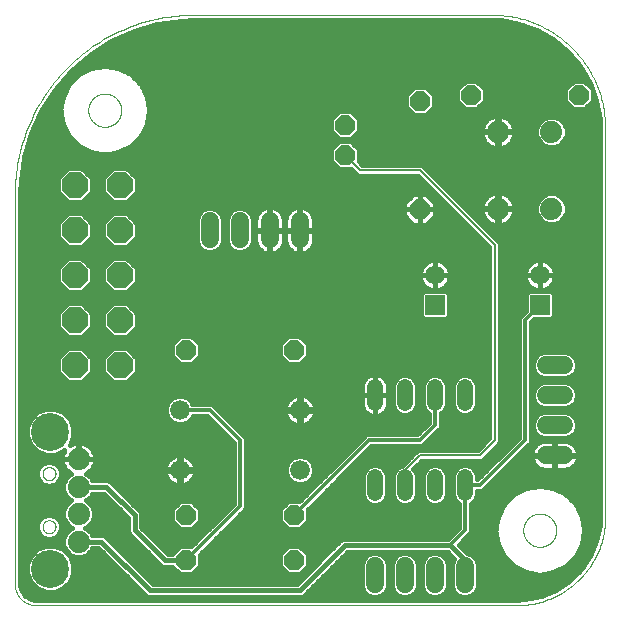
<source format=gbl>
G75*
%MOIN*%
%OFA0B0*%
%FSLAX25Y25*%
%IPPOS*%
%LPD*%
%AMOC8*
5,1,8,0,0,1.08239X$1,22.5*
%
%ADD10C,0.00000*%
%ADD11C,0.05200*%
%ADD12OC8,0.06600*%
%ADD13C,0.06600*%
%ADD14C,0.06500*%
%ADD15R,0.06500X0.06500*%
%ADD16C,0.07400*%
%ADD17C,0.12661*%
%ADD18C,0.06000*%
%ADD19OC8,0.08500*%
%ADD20C,0.01200*%
%ADD21C,0.01600*%
%ADD22C,0.00800*%
D10*
X0059668Y0010871D02*
X0059668Y0140747D01*
X0084156Y0168800D02*
X0084158Y0168948D01*
X0084164Y0169096D01*
X0084174Y0169244D01*
X0084188Y0169391D01*
X0084206Y0169538D01*
X0084227Y0169684D01*
X0084253Y0169830D01*
X0084283Y0169975D01*
X0084316Y0170119D01*
X0084354Y0170262D01*
X0084395Y0170404D01*
X0084440Y0170545D01*
X0084488Y0170685D01*
X0084541Y0170824D01*
X0084597Y0170961D01*
X0084657Y0171096D01*
X0084720Y0171230D01*
X0084787Y0171362D01*
X0084858Y0171492D01*
X0084932Y0171620D01*
X0085009Y0171746D01*
X0085090Y0171870D01*
X0085174Y0171992D01*
X0085261Y0172111D01*
X0085352Y0172228D01*
X0085446Y0172343D01*
X0085542Y0172455D01*
X0085642Y0172565D01*
X0085744Y0172671D01*
X0085850Y0172775D01*
X0085958Y0172876D01*
X0086069Y0172974D01*
X0086182Y0173070D01*
X0086298Y0173162D01*
X0086416Y0173251D01*
X0086537Y0173336D01*
X0086660Y0173419D01*
X0086785Y0173498D01*
X0086912Y0173574D01*
X0087041Y0173646D01*
X0087172Y0173715D01*
X0087305Y0173780D01*
X0087440Y0173841D01*
X0087576Y0173899D01*
X0087713Y0173954D01*
X0087852Y0174004D01*
X0087993Y0174051D01*
X0088134Y0174094D01*
X0088277Y0174134D01*
X0088421Y0174169D01*
X0088565Y0174201D01*
X0088711Y0174228D01*
X0088857Y0174252D01*
X0089004Y0174272D01*
X0089151Y0174288D01*
X0089298Y0174300D01*
X0089446Y0174308D01*
X0089594Y0174312D01*
X0089742Y0174312D01*
X0089890Y0174308D01*
X0090038Y0174300D01*
X0090185Y0174288D01*
X0090332Y0174272D01*
X0090479Y0174252D01*
X0090625Y0174228D01*
X0090771Y0174201D01*
X0090915Y0174169D01*
X0091059Y0174134D01*
X0091202Y0174094D01*
X0091343Y0174051D01*
X0091484Y0174004D01*
X0091623Y0173954D01*
X0091760Y0173899D01*
X0091896Y0173841D01*
X0092031Y0173780D01*
X0092164Y0173715D01*
X0092295Y0173646D01*
X0092424Y0173574D01*
X0092551Y0173498D01*
X0092676Y0173419D01*
X0092799Y0173336D01*
X0092920Y0173251D01*
X0093038Y0173162D01*
X0093154Y0173070D01*
X0093267Y0172974D01*
X0093378Y0172876D01*
X0093486Y0172775D01*
X0093592Y0172671D01*
X0093694Y0172565D01*
X0093794Y0172455D01*
X0093890Y0172343D01*
X0093984Y0172228D01*
X0094075Y0172111D01*
X0094162Y0171992D01*
X0094246Y0171870D01*
X0094327Y0171746D01*
X0094404Y0171620D01*
X0094478Y0171492D01*
X0094549Y0171362D01*
X0094616Y0171230D01*
X0094679Y0171096D01*
X0094739Y0170961D01*
X0094795Y0170824D01*
X0094848Y0170685D01*
X0094896Y0170545D01*
X0094941Y0170404D01*
X0094982Y0170262D01*
X0095020Y0170119D01*
X0095053Y0169975D01*
X0095083Y0169830D01*
X0095109Y0169684D01*
X0095130Y0169538D01*
X0095148Y0169391D01*
X0095162Y0169244D01*
X0095172Y0169096D01*
X0095178Y0168948D01*
X0095180Y0168800D01*
X0095178Y0168652D01*
X0095172Y0168504D01*
X0095162Y0168356D01*
X0095148Y0168209D01*
X0095130Y0168062D01*
X0095109Y0167916D01*
X0095083Y0167770D01*
X0095053Y0167625D01*
X0095020Y0167481D01*
X0094982Y0167338D01*
X0094941Y0167196D01*
X0094896Y0167055D01*
X0094848Y0166915D01*
X0094795Y0166776D01*
X0094739Y0166639D01*
X0094679Y0166504D01*
X0094616Y0166370D01*
X0094549Y0166238D01*
X0094478Y0166108D01*
X0094404Y0165980D01*
X0094327Y0165854D01*
X0094246Y0165730D01*
X0094162Y0165608D01*
X0094075Y0165489D01*
X0093984Y0165372D01*
X0093890Y0165257D01*
X0093794Y0165145D01*
X0093694Y0165035D01*
X0093592Y0164929D01*
X0093486Y0164825D01*
X0093378Y0164724D01*
X0093267Y0164626D01*
X0093154Y0164530D01*
X0093038Y0164438D01*
X0092920Y0164349D01*
X0092799Y0164264D01*
X0092676Y0164181D01*
X0092551Y0164102D01*
X0092424Y0164026D01*
X0092295Y0163954D01*
X0092164Y0163885D01*
X0092031Y0163820D01*
X0091896Y0163759D01*
X0091760Y0163701D01*
X0091623Y0163646D01*
X0091484Y0163596D01*
X0091343Y0163549D01*
X0091202Y0163506D01*
X0091059Y0163466D01*
X0090915Y0163431D01*
X0090771Y0163399D01*
X0090625Y0163372D01*
X0090479Y0163348D01*
X0090332Y0163328D01*
X0090185Y0163312D01*
X0090038Y0163300D01*
X0089890Y0163292D01*
X0089742Y0163288D01*
X0089594Y0163288D01*
X0089446Y0163292D01*
X0089298Y0163300D01*
X0089151Y0163312D01*
X0089004Y0163328D01*
X0088857Y0163348D01*
X0088711Y0163372D01*
X0088565Y0163399D01*
X0088421Y0163431D01*
X0088277Y0163466D01*
X0088134Y0163506D01*
X0087993Y0163549D01*
X0087852Y0163596D01*
X0087713Y0163646D01*
X0087576Y0163701D01*
X0087440Y0163759D01*
X0087305Y0163820D01*
X0087172Y0163885D01*
X0087041Y0163954D01*
X0086912Y0164026D01*
X0086785Y0164102D01*
X0086660Y0164181D01*
X0086537Y0164264D01*
X0086416Y0164349D01*
X0086298Y0164438D01*
X0086182Y0164530D01*
X0086069Y0164626D01*
X0085958Y0164724D01*
X0085850Y0164825D01*
X0085744Y0164929D01*
X0085642Y0165035D01*
X0085542Y0165145D01*
X0085446Y0165257D01*
X0085352Y0165372D01*
X0085261Y0165489D01*
X0085174Y0165608D01*
X0085090Y0165730D01*
X0085009Y0165854D01*
X0084932Y0165980D01*
X0084858Y0166108D01*
X0084787Y0166238D01*
X0084720Y0166370D01*
X0084657Y0166504D01*
X0084597Y0166639D01*
X0084541Y0166776D01*
X0084488Y0166915D01*
X0084440Y0167055D01*
X0084395Y0167196D01*
X0084354Y0167338D01*
X0084316Y0167481D01*
X0084283Y0167625D01*
X0084253Y0167770D01*
X0084227Y0167916D01*
X0084206Y0168062D01*
X0084188Y0168209D01*
X0084174Y0168356D01*
X0084164Y0168504D01*
X0084158Y0168652D01*
X0084156Y0168800D01*
X0059667Y0140747D02*
X0059684Y0142195D01*
X0059737Y0143641D01*
X0059824Y0145086D01*
X0059947Y0146529D01*
X0060104Y0147968D01*
X0060296Y0149402D01*
X0060522Y0150832D01*
X0060783Y0152256D01*
X0061078Y0153673D01*
X0061408Y0155083D01*
X0061771Y0156484D01*
X0062168Y0157876D01*
X0062599Y0159258D01*
X0063063Y0160630D01*
X0063560Y0161989D01*
X0064089Y0163336D01*
X0064651Y0164671D01*
X0065246Y0165991D01*
X0065871Y0167296D01*
X0066529Y0168586D01*
X0067217Y0169859D01*
X0067936Y0171116D01*
X0068684Y0172355D01*
X0069463Y0173575D01*
X0070271Y0174776D01*
X0071108Y0175958D01*
X0071973Y0177118D01*
X0072865Y0178258D01*
X0073785Y0179376D01*
X0074732Y0180471D01*
X0075705Y0181543D01*
X0076704Y0182591D01*
X0077727Y0183614D01*
X0078775Y0184613D01*
X0079847Y0185586D01*
X0080942Y0186533D01*
X0082060Y0187453D01*
X0083200Y0188345D01*
X0084360Y0189210D01*
X0085542Y0190047D01*
X0086743Y0190855D01*
X0087963Y0191634D01*
X0089202Y0192382D01*
X0090459Y0193101D01*
X0091732Y0193789D01*
X0093022Y0194447D01*
X0094327Y0195072D01*
X0095647Y0195667D01*
X0096982Y0196229D01*
X0098329Y0196758D01*
X0099688Y0197255D01*
X0101060Y0197719D01*
X0102442Y0198150D01*
X0103834Y0198547D01*
X0105235Y0198910D01*
X0106645Y0199240D01*
X0108062Y0199535D01*
X0109486Y0199796D01*
X0110916Y0200022D01*
X0112350Y0200214D01*
X0113789Y0200371D01*
X0115232Y0200494D01*
X0116677Y0200581D01*
X0118123Y0200634D01*
X0119571Y0200651D01*
X0119571Y0200650D02*
X0218546Y0200650D01*
X0219464Y0200639D01*
X0220381Y0200606D01*
X0221296Y0200550D01*
X0222211Y0200473D01*
X0223123Y0200373D01*
X0224033Y0200252D01*
X0224939Y0200108D01*
X0225841Y0199943D01*
X0226740Y0199755D01*
X0227633Y0199547D01*
X0228522Y0199316D01*
X0229404Y0199065D01*
X0230280Y0198792D01*
X0231149Y0198497D01*
X0232011Y0198182D01*
X0232865Y0197847D01*
X0233711Y0197490D01*
X0234547Y0197114D01*
X0235375Y0196717D01*
X0236192Y0196301D01*
X0237000Y0195864D01*
X0237796Y0195409D01*
X0238582Y0194934D01*
X0239355Y0194440D01*
X0240117Y0193928D01*
X0240865Y0193398D01*
X0241601Y0192850D01*
X0242324Y0192284D01*
X0243032Y0191701D01*
X0243726Y0191100D01*
X0244406Y0190484D01*
X0245070Y0189851D01*
X0245719Y0189202D01*
X0246352Y0188538D01*
X0246968Y0187858D01*
X0247569Y0187164D01*
X0248152Y0186456D01*
X0248718Y0185733D01*
X0249266Y0184997D01*
X0249796Y0184249D01*
X0250308Y0183487D01*
X0250802Y0182714D01*
X0251277Y0181928D01*
X0251732Y0181132D01*
X0252169Y0180324D01*
X0252585Y0179507D01*
X0252982Y0178679D01*
X0253358Y0177843D01*
X0253715Y0176997D01*
X0254050Y0176143D01*
X0254365Y0175281D01*
X0254660Y0174412D01*
X0254933Y0173536D01*
X0255184Y0172654D01*
X0255415Y0171765D01*
X0255623Y0170872D01*
X0255811Y0169973D01*
X0255976Y0169071D01*
X0256120Y0168165D01*
X0256241Y0167255D01*
X0256341Y0166343D01*
X0256418Y0165428D01*
X0256474Y0164513D01*
X0256507Y0163596D01*
X0256518Y0162678D01*
X0256518Y0033422D01*
X0229156Y0028800D02*
X0229158Y0028948D01*
X0229164Y0029096D01*
X0229174Y0029244D01*
X0229188Y0029391D01*
X0229206Y0029538D01*
X0229227Y0029684D01*
X0229253Y0029830D01*
X0229283Y0029975D01*
X0229316Y0030119D01*
X0229354Y0030262D01*
X0229395Y0030404D01*
X0229440Y0030545D01*
X0229488Y0030685D01*
X0229541Y0030824D01*
X0229597Y0030961D01*
X0229657Y0031096D01*
X0229720Y0031230D01*
X0229787Y0031362D01*
X0229858Y0031492D01*
X0229932Y0031620D01*
X0230009Y0031746D01*
X0230090Y0031870D01*
X0230174Y0031992D01*
X0230261Y0032111D01*
X0230352Y0032228D01*
X0230446Y0032343D01*
X0230542Y0032455D01*
X0230642Y0032565D01*
X0230744Y0032671D01*
X0230850Y0032775D01*
X0230958Y0032876D01*
X0231069Y0032974D01*
X0231182Y0033070D01*
X0231298Y0033162D01*
X0231416Y0033251D01*
X0231537Y0033336D01*
X0231660Y0033419D01*
X0231785Y0033498D01*
X0231912Y0033574D01*
X0232041Y0033646D01*
X0232172Y0033715D01*
X0232305Y0033780D01*
X0232440Y0033841D01*
X0232576Y0033899D01*
X0232713Y0033954D01*
X0232852Y0034004D01*
X0232993Y0034051D01*
X0233134Y0034094D01*
X0233277Y0034134D01*
X0233421Y0034169D01*
X0233565Y0034201D01*
X0233711Y0034228D01*
X0233857Y0034252D01*
X0234004Y0034272D01*
X0234151Y0034288D01*
X0234298Y0034300D01*
X0234446Y0034308D01*
X0234594Y0034312D01*
X0234742Y0034312D01*
X0234890Y0034308D01*
X0235038Y0034300D01*
X0235185Y0034288D01*
X0235332Y0034272D01*
X0235479Y0034252D01*
X0235625Y0034228D01*
X0235771Y0034201D01*
X0235915Y0034169D01*
X0236059Y0034134D01*
X0236202Y0034094D01*
X0236343Y0034051D01*
X0236484Y0034004D01*
X0236623Y0033954D01*
X0236760Y0033899D01*
X0236896Y0033841D01*
X0237031Y0033780D01*
X0237164Y0033715D01*
X0237295Y0033646D01*
X0237424Y0033574D01*
X0237551Y0033498D01*
X0237676Y0033419D01*
X0237799Y0033336D01*
X0237920Y0033251D01*
X0238038Y0033162D01*
X0238154Y0033070D01*
X0238267Y0032974D01*
X0238378Y0032876D01*
X0238486Y0032775D01*
X0238592Y0032671D01*
X0238694Y0032565D01*
X0238794Y0032455D01*
X0238890Y0032343D01*
X0238984Y0032228D01*
X0239075Y0032111D01*
X0239162Y0031992D01*
X0239246Y0031870D01*
X0239327Y0031746D01*
X0239404Y0031620D01*
X0239478Y0031492D01*
X0239549Y0031362D01*
X0239616Y0031230D01*
X0239679Y0031096D01*
X0239739Y0030961D01*
X0239795Y0030824D01*
X0239848Y0030685D01*
X0239896Y0030545D01*
X0239941Y0030404D01*
X0239982Y0030262D01*
X0240020Y0030119D01*
X0240053Y0029975D01*
X0240083Y0029830D01*
X0240109Y0029684D01*
X0240130Y0029538D01*
X0240148Y0029391D01*
X0240162Y0029244D01*
X0240172Y0029096D01*
X0240178Y0028948D01*
X0240180Y0028800D01*
X0240178Y0028652D01*
X0240172Y0028504D01*
X0240162Y0028356D01*
X0240148Y0028209D01*
X0240130Y0028062D01*
X0240109Y0027916D01*
X0240083Y0027770D01*
X0240053Y0027625D01*
X0240020Y0027481D01*
X0239982Y0027338D01*
X0239941Y0027196D01*
X0239896Y0027055D01*
X0239848Y0026915D01*
X0239795Y0026776D01*
X0239739Y0026639D01*
X0239679Y0026504D01*
X0239616Y0026370D01*
X0239549Y0026238D01*
X0239478Y0026108D01*
X0239404Y0025980D01*
X0239327Y0025854D01*
X0239246Y0025730D01*
X0239162Y0025608D01*
X0239075Y0025489D01*
X0238984Y0025372D01*
X0238890Y0025257D01*
X0238794Y0025145D01*
X0238694Y0025035D01*
X0238592Y0024929D01*
X0238486Y0024825D01*
X0238378Y0024724D01*
X0238267Y0024626D01*
X0238154Y0024530D01*
X0238038Y0024438D01*
X0237920Y0024349D01*
X0237799Y0024264D01*
X0237676Y0024181D01*
X0237551Y0024102D01*
X0237424Y0024026D01*
X0237295Y0023954D01*
X0237164Y0023885D01*
X0237031Y0023820D01*
X0236896Y0023759D01*
X0236760Y0023701D01*
X0236623Y0023646D01*
X0236484Y0023596D01*
X0236343Y0023549D01*
X0236202Y0023506D01*
X0236059Y0023466D01*
X0235915Y0023431D01*
X0235771Y0023399D01*
X0235625Y0023372D01*
X0235479Y0023348D01*
X0235332Y0023328D01*
X0235185Y0023312D01*
X0235038Y0023300D01*
X0234890Y0023292D01*
X0234742Y0023288D01*
X0234594Y0023288D01*
X0234446Y0023292D01*
X0234298Y0023300D01*
X0234151Y0023312D01*
X0234004Y0023328D01*
X0233857Y0023348D01*
X0233711Y0023372D01*
X0233565Y0023399D01*
X0233421Y0023431D01*
X0233277Y0023466D01*
X0233134Y0023506D01*
X0232993Y0023549D01*
X0232852Y0023596D01*
X0232713Y0023646D01*
X0232576Y0023701D01*
X0232440Y0023759D01*
X0232305Y0023820D01*
X0232172Y0023885D01*
X0232041Y0023954D01*
X0231912Y0024026D01*
X0231785Y0024102D01*
X0231660Y0024181D01*
X0231537Y0024264D01*
X0231416Y0024349D01*
X0231298Y0024438D01*
X0231182Y0024530D01*
X0231069Y0024626D01*
X0230958Y0024724D01*
X0230850Y0024825D01*
X0230744Y0024929D01*
X0230642Y0025035D01*
X0230542Y0025145D01*
X0230446Y0025257D01*
X0230352Y0025372D01*
X0230261Y0025489D01*
X0230174Y0025608D01*
X0230090Y0025730D01*
X0230009Y0025854D01*
X0229932Y0025980D01*
X0229858Y0026108D01*
X0229787Y0026238D01*
X0229720Y0026370D01*
X0229657Y0026504D01*
X0229597Y0026639D01*
X0229541Y0026776D01*
X0229488Y0026915D01*
X0229440Y0027055D01*
X0229395Y0027196D01*
X0229354Y0027338D01*
X0229316Y0027481D01*
X0229283Y0027625D01*
X0229253Y0027770D01*
X0229227Y0027916D01*
X0229206Y0028062D01*
X0229188Y0028209D01*
X0229174Y0028356D01*
X0229164Y0028504D01*
X0229158Y0028652D01*
X0229156Y0028800D01*
X0226897Y0003800D02*
X0227613Y0003809D01*
X0228328Y0003835D01*
X0229043Y0003878D01*
X0229756Y0003938D01*
X0230468Y0004016D01*
X0231177Y0004111D01*
X0231884Y0004223D01*
X0232588Y0004352D01*
X0233289Y0004498D01*
X0233986Y0004661D01*
X0234679Y0004840D01*
X0235367Y0005037D01*
X0236051Y0005250D01*
X0236729Y0005479D01*
X0237401Y0005725D01*
X0238067Y0005987D01*
X0238727Y0006265D01*
X0239380Y0006559D01*
X0240025Y0006868D01*
X0240663Y0007193D01*
X0241293Y0007533D01*
X0241914Y0007889D01*
X0242527Y0008259D01*
X0243130Y0008644D01*
X0243724Y0009044D01*
X0244308Y0009457D01*
X0244882Y0009885D01*
X0245446Y0010326D01*
X0245999Y0010781D01*
X0246540Y0011250D01*
X0247070Y0011731D01*
X0247588Y0012225D01*
X0248094Y0012731D01*
X0248588Y0013249D01*
X0249069Y0013779D01*
X0249538Y0014320D01*
X0249993Y0014873D01*
X0250434Y0015437D01*
X0250862Y0016011D01*
X0251275Y0016595D01*
X0251675Y0017189D01*
X0252060Y0017792D01*
X0252430Y0018405D01*
X0252786Y0019026D01*
X0253126Y0019656D01*
X0253451Y0020294D01*
X0253760Y0020939D01*
X0254054Y0021592D01*
X0254332Y0022252D01*
X0254594Y0022918D01*
X0254840Y0023590D01*
X0255069Y0024268D01*
X0255282Y0024952D01*
X0255479Y0025640D01*
X0255658Y0026333D01*
X0255821Y0027030D01*
X0255967Y0027731D01*
X0256096Y0028435D01*
X0256208Y0029142D01*
X0256303Y0029851D01*
X0256381Y0030563D01*
X0256441Y0031276D01*
X0256484Y0031991D01*
X0256510Y0032706D01*
X0256519Y0033422D01*
X0226897Y0003800D02*
X0066739Y0003800D01*
X0066568Y0003802D01*
X0066397Y0003808D01*
X0066227Y0003819D01*
X0066057Y0003833D01*
X0065887Y0003852D01*
X0065717Y0003874D01*
X0065549Y0003901D01*
X0065380Y0003932D01*
X0065213Y0003967D01*
X0065047Y0004005D01*
X0064881Y0004048D01*
X0064717Y0004095D01*
X0064554Y0004146D01*
X0064392Y0004201D01*
X0064232Y0004260D01*
X0064073Y0004322D01*
X0063915Y0004388D01*
X0063759Y0004458D01*
X0063605Y0004532D01*
X0063453Y0004610D01*
X0063303Y0004691D01*
X0063154Y0004776D01*
X0063008Y0004864D01*
X0062864Y0004956D01*
X0062722Y0005052D01*
X0062583Y0005150D01*
X0062446Y0005253D01*
X0062311Y0005358D01*
X0062179Y0005467D01*
X0062050Y0005578D01*
X0061924Y0005693D01*
X0061800Y0005811D01*
X0061679Y0005932D01*
X0061561Y0006056D01*
X0061446Y0006182D01*
X0061335Y0006311D01*
X0061226Y0006443D01*
X0061121Y0006578D01*
X0061018Y0006715D01*
X0060920Y0006854D01*
X0060824Y0006996D01*
X0060732Y0007140D01*
X0060644Y0007286D01*
X0060559Y0007435D01*
X0060478Y0007585D01*
X0060400Y0007737D01*
X0060326Y0007891D01*
X0060256Y0008047D01*
X0060190Y0008205D01*
X0060128Y0008364D01*
X0060069Y0008524D01*
X0060014Y0008686D01*
X0059963Y0008849D01*
X0059916Y0009013D01*
X0059873Y0009179D01*
X0059835Y0009345D01*
X0059800Y0009512D01*
X0059769Y0009681D01*
X0059742Y0009849D01*
X0059720Y0010019D01*
X0059701Y0010189D01*
X0059687Y0010359D01*
X0059676Y0010529D01*
X0059670Y0010700D01*
X0059668Y0010871D01*
X0068920Y0029942D02*
X0068922Y0030035D01*
X0068928Y0030127D01*
X0068938Y0030219D01*
X0068952Y0030310D01*
X0068969Y0030401D01*
X0068991Y0030491D01*
X0069016Y0030580D01*
X0069045Y0030668D01*
X0069078Y0030754D01*
X0069115Y0030839D01*
X0069155Y0030923D01*
X0069199Y0031004D01*
X0069246Y0031084D01*
X0069296Y0031162D01*
X0069350Y0031237D01*
X0069407Y0031310D01*
X0069467Y0031380D01*
X0069530Y0031448D01*
X0069596Y0031513D01*
X0069664Y0031575D01*
X0069735Y0031635D01*
X0069809Y0031691D01*
X0069885Y0031744D01*
X0069963Y0031793D01*
X0070043Y0031840D01*
X0070125Y0031882D01*
X0070209Y0031922D01*
X0070294Y0031957D01*
X0070381Y0031989D01*
X0070469Y0032018D01*
X0070558Y0032042D01*
X0070648Y0032063D01*
X0070739Y0032079D01*
X0070831Y0032092D01*
X0070923Y0032101D01*
X0071016Y0032106D01*
X0071108Y0032107D01*
X0071201Y0032104D01*
X0071293Y0032097D01*
X0071385Y0032086D01*
X0071476Y0032071D01*
X0071567Y0032053D01*
X0071657Y0032030D01*
X0071745Y0032004D01*
X0071833Y0031974D01*
X0071919Y0031940D01*
X0072003Y0031903D01*
X0072086Y0031861D01*
X0072167Y0031817D01*
X0072247Y0031769D01*
X0072324Y0031718D01*
X0072398Y0031663D01*
X0072471Y0031605D01*
X0072541Y0031545D01*
X0072608Y0031481D01*
X0072672Y0031415D01*
X0072734Y0031345D01*
X0072792Y0031274D01*
X0072847Y0031200D01*
X0072899Y0031123D01*
X0072948Y0031044D01*
X0072994Y0030964D01*
X0073036Y0030881D01*
X0073074Y0030797D01*
X0073109Y0030711D01*
X0073140Y0030624D01*
X0073167Y0030536D01*
X0073190Y0030446D01*
X0073210Y0030356D01*
X0073226Y0030265D01*
X0073238Y0030173D01*
X0073246Y0030081D01*
X0073250Y0029988D01*
X0073250Y0029896D01*
X0073246Y0029803D01*
X0073238Y0029711D01*
X0073226Y0029619D01*
X0073210Y0029528D01*
X0073190Y0029438D01*
X0073167Y0029348D01*
X0073140Y0029260D01*
X0073109Y0029173D01*
X0073074Y0029087D01*
X0073036Y0029003D01*
X0072994Y0028920D01*
X0072948Y0028840D01*
X0072899Y0028761D01*
X0072847Y0028684D01*
X0072792Y0028610D01*
X0072734Y0028539D01*
X0072672Y0028469D01*
X0072608Y0028403D01*
X0072541Y0028339D01*
X0072471Y0028279D01*
X0072398Y0028221D01*
X0072324Y0028166D01*
X0072247Y0028115D01*
X0072168Y0028067D01*
X0072086Y0028023D01*
X0072003Y0027981D01*
X0071919Y0027944D01*
X0071833Y0027910D01*
X0071745Y0027880D01*
X0071657Y0027854D01*
X0071567Y0027831D01*
X0071476Y0027813D01*
X0071385Y0027798D01*
X0071293Y0027787D01*
X0071201Y0027780D01*
X0071108Y0027777D01*
X0071016Y0027778D01*
X0070923Y0027783D01*
X0070831Y0027792D01*
X0070739Y0027805D01*
X0070648Y0027821D01*
X0070558Y0027842D01*
X0070469Y0027866D01*
X0070381Y0027895D01*
X0070294Y0027927D01*
X0070209Y0027962D01*
X0070125Y0028002D01*
X0070043Y0028044D01*
X0069963Y0028091D01*
X0069885Y0028140D01*
X0069809Y0028193D01*
X0069735Y0028249D01*
X0069664Y0028309D01*
X0069596Y0028371D01*
X0069530Y0028436D01*
X0069467Y0028504D01*
X0069407Y0028574D01*
X0069350Y0028647D01*
X0069296Y0028722D01*
X0069246Y0028800D01*
X0069199Y0028880D01*
X0069155Y0028961D01*
X0069115Y0029045D01*
X0069078Y0029130D01*
X0069045Y0029216D01*
X0069016Y0029304D01*
X0068991Y0029393D01*
X0068969Y0029483D01*
X0068952Y0029574D01*
X0068938Y0029665D01*
X0068928Y0029757D01*
X0068922Y0029849D01*
X0068920Y0029942D01*
X0068920Y0047658D02*
X0068922Y0047751D01*
X0068928Y0047843D01*
X0068938Y0047935D01*
X0068952Y0048026D01*
X0068969Y0048117D01*
X0068991Y0048207D01*
X0069016Y0048296D01*
X0069045Y0048384D01*
X0069078Y0048470D01*
X0069115Y0048555D01*
X0069155Y0048639D01*
X0069199Y0048720D01*
X0069246Y0048800D01*
X0069296Y0048878D01*
X0069350Y0048953D01*
X0069407Y0049026D01*
X0069467Y0049096D01*
X0069530Y0049164D01*
X0069596Y0049229D01*
X0069664Y0049291D01*
X0069735Y0049351D01*
X0069809Y0049407D01*
X0069885Y0049460D01*
X0069963Y0049509D01*
X0070043Y0049556D01*
X0070125Y0049598D01*
X0070209Y0049638D01*
X0070294Y0049673D01*
X0070381Y0049705D01*
X0070469Y0049734D01*
X0070558Y0049758D01*
X0070648Y0049779D01*
X0070739Y0049795D01*
X0070831Y0049808D01*
X0070923Y0049817D01*
X0071016Y0049822D01*
X0071108Y0049823D01*
X0071201Y0049820D01*
X0071293Y0049813D01*
X0071385Y0049802D01*
X0071476Y0049787D01*
X0071567Y0049769D01*
X0071657Y0049746D01*
X0071745Y0049720D01*
X0071833Y0049690D01*
X0071919Y0049656D01*
X0072003Y0049619D01*
X0072086Y0049577D01*
X0072167Y0049533D01*
X0072247Y0049485D01*
X0072324Y0049434D01*
X0072398Y0049379D01*
X0072471Y0049321D01*
X0072541Y0049261D01*
X0072608Y0049197D01*
X0072672Y0049131D01*
X0072734Y0049061D01*
X0072792Y0048990D01*
X0072847Y0048916D01*
X0072899Y0048839D01*
X0072948Y0048760D01*
X0072994Y0048680D01*
X0073036Y0048597D01*
X0073074Y0048513D01*
X0073109Y0048427D01*
X0073140Y0048340D01*
X0073167Y0048252D01*
X0073190Y0048162D01*
X0073210Y0048072D01*
X0073226Y0047981D01*
X0073238Y0047889D01*
X0073246Y0047797D01*
X0073250Y0047704D01*
X0073250Y0047612D01*
X0073246Y0047519D01*
X0073238Y0047427D01*
X0073226Y0047335D01*
X0073210Y0047244D01*
X0073190Y0047154D01*
X0073167Y0047064D01*
X0073140Y0046976D01*
X0073109Y0046889D01*
X0073074Y0046803D01*
X0073036Y0046719D01*
X0072994Y0046636D01*
X0072948Y0046556D01*
X0072899Y0046477D01*
X0072847Y0046400D01*
X0072792Y0046326D01*
X0072734Y0046255D01*
X0072672Y0046185D01*
X0072608Y0046119D01*
X0072541Y0046055D01*
X0072471Y0045995D01*
X0072398Y0045937D01*
X0072324Y0045882D01*
X0072247Y0045831D01*
X0072168Y0045783D01*
X0072086Y0045739D01*
X0072003Y0045697D01*
X0071919Y0045660D01*
X0071833Y0045626D01*
X0071745Y0045596D01*
X0071657Y0045570D01*
X0071567Y0045547D01*
X0071476Y0045529D01*
X0071385Y0045514D01*
X0071293Y0045503D01*
X0071201Y0045496D01*
X0071108Y0045493D01*
X0071016Y0045494D01*
X0070923Y0045499D01*
X0070831Y0045508D01*
X0070739Y0045521D01*
X0070648Y0045537D01*
X0070558Y0045558D01*
X0070469Y0045582D01*
X0070381Y0045611D01*
X0070294Y0045643D01*
X0070209Y0045678D01*
X0070125Y0045718D01*
X0070043Y0045760D01*
X0069963Y0045807D01*
X0069885Y0045856D01*
X0069809Y0045909D01*
X0069735Y0045965D01*
X0069664Y0046025D01*
X0069596Y0046087D01*
X0069530Y0046152D01*
X0069467Y0046220D01*
X0069407Y0046290D01*
X0069350Y0046363D01*
X0069296Y0046438D01*
X0069246Y0046516D01*
X0069199Y0046596D01*
X0069155Y0046677D01*
X0069115Y0046761D01*
X0069078Y0046846D01*
X0069045Y0046932D01*
X0069016Y0047020D01*
X0068991Y0047109D01*
X0068969Y0047199D01*
X0068952Y0047290D01*
X0068938Y0047381D01*
X0068928Y0047473D01*
X0068922Y0047565D01*
X0068920Y0047658D01*
D11*
X0179668Y0046400D02*
X0179668Y0041200D01*
X0189668Y0041200D02*
X0189668Y0046400D01*
X0199668Y0046400D02*
X0199668Y0041200D01*
X0209668Y0041200D02*
X0209668Y0046400D01*
X0209668Y0071200D02*
X0209668Y0076400D01*
X0199668Y0076400D02*
X0199668Y0071200D01*
X0189668Y0071200D02*
X0189668Y0076400D01*
X0179668Y0076400D02*
X0179668Y0071200D01*
D12*
X0152668Y0088800D03*
X0116668Y0088800D03*
X0116668Y0033800D03*
X0116668Y0018800D03*
X0152668Y0018800D03*
X0152668Y0033800D03*
X0194668Y0135800D03*
X0169668Y0153800D03*
X0169668Y0163800D03*
X0194668Y0171800D03*
X0211668Y0173800D03*
X0247668Y0173800D03*
D13*
X0154668Y0068800D03*
X0154668Y0048800D03*
X0114668Y0048800D03*
X0114668Y0068800D03*
D14*
X0199668Y0113800D03*
X0234668Y0113800D03*
D15*
X0234668Y0103800D03*
X0199668Y0103800D03*
D16*
X0220768Y0136000D03*
X0238568Y0136000D03*
X0238568Y0161600D03*
X0220768Y0161600D03*
X0080928Y0052580D03*
X0080928Y0043237D03*
X0080928Y0034363D03*
X0080928Y0025020D03*
D17*
X0071479Y0015965D03*
X0071479Y0061635D03*
D18*
X0124668Y0125800D02*
X0124668Y0131800D01*
X0134668Y0131800D02*
X0134668Y0125800D01*
X0144668Y0125800D02*
X0144668Y0131800D01*
X0154668Y0131800D02*
X0154668Y0125800D01*
X0236668Y0083800D02*
X0242668Y0083800D01*
X0242668Y0073800D02*
X0236668Y0073800D01*
X0236668Y0063800D02*
X0242668Y0063800D01*
X0242668Y0053800D02*
X0236668Y0053800D01*
X0209668Y0016800D02*
X0209668Y0010800D01*
X0199668Y0010800D02*
X0199668Y0016800D01*
X0189668Y0016800D02*
X0189668Y0010800D01*
X0179668Y0010800D02*
X0179668Y0016800D01*
D19*
X0094668Y0083800D03*
X0079668Y0083800D03*
X0079668Y0098800D03*
X0094668Y0098800D03*
X0094668Y0113800D03*
X0079668Y0113800D03*
X0079668Y0128800D03*
X0094668Y0128800D03*
X0094668Y0143800D03*
X0079668Y0143800D03*
D20*
X0114668Y0068800D02*
X0124668Y0068800D01*
X0134668Y0058800D01*
X0134668Y0036800D01*
X0116668Y0018800D01*
X0152668Y0033800D02*
X0177668Y0058800D01*
X0194668Y0058800D01*
X0199668Y0063800D01*
X0199668Y0073800D01*
X0229668Y0058800D02*
X0229668Y0098800D01*
X0234668Y0103800D01*
X0229668Y0058800D02*
X0214668Y0043800D01*
X0209668Y0043800D01*
X0209668Y0028800D01*
X0204668Y0023800D01*
D21*
X0209668Y0018800D01*
X0209668Y0013800D01*
X0214068Y0013391D02*
X0246022Y0013391D01*
X0244546Y0011915D02*
X0240012Y0008885D01*
X0234973Y0006798D01*
X0229623Y0005734D01*
X0226897Y0005600D01*
X0066739Y0005600D01*
X0065914Y0005665D01*
X0064346Y0006174D01*
X0063012Y0007144D01*
X0062042Y0008478D01*
X0061533Y0010046D01*
X0061468Y0010871D01*
X0061468Y0140747D01*
X0061616Y0144892D01*
X0062796Y0153097D01*
X0065131Y0161052D01*
X0068575Y0168593D01*
X0073057Y0175567D01*
X0078486Y0181832D01*
X0084751Y0187261D01*
X0091725Y0191743D01*
X0099266Y0195187D01*
X0107221Y0197523D01*
X0115426Y0198702D01*
X0119571Y0198850D01*
X0218546Y0198850D01*
X0221699Y0198713D01*
X0227908Y0197618D01*
X0233833Y0195461D01*
X0239293Y0192309D01*
X0244124Y0188256D01*
X0248176Y0183426D01*
X0251329Y0177965D01*
X0252004Y0176110D01*
X0249615Y0178500D01*
X0245721Y0178500D01*
X0242968Y0175747D01*
X0242968Y0171853D01*
X0245721Y0169100D01*
X0249615Y0169100D01*
X0252368Y0171853D01*
X0252368Y0175112D01*
X0253486Y0172040D01*
X0254580Y0165831D01*
X0254718Y0162678D01*
X0254718Y0033422D01*
X0254584Y0030695D01*
X0253520Y0025345D01*
X0251433Y0020307D01*
X0248403Y0015772D01*
X0244546Y0011915D01*
X0244363Y0011793D02*
X0214068Y0011793D01*
X0214068Y0010194D02*
X0241970Y0010194D01*
X0239312Y0008596D02*
X0213517Y0008596D01*
X0213398Y0008308D02*
X0214068Y0009925D01*
X0214068Y0017675D01*
X0213398Y0019292D01*
X0212160Y0020530D01*
X0210543Y0021200D01*
X0210379Y0021200D01*
X0207638Y0023941D01*
X0210496Y0026800D01*
X0210496Y0026800D01*
X0211668Y0027972D01*
X0211668Y0037699D01*
X0211934Y0037809D01*
X0213059Y0038934D01*
X0213668Y0040404D01*
X0213668Y0041800D01*
X0215496Y0041800D01*
X0230496Y0056800D01*
X0231668Y0057972D01*
X0231668Y0097972D01*
X0232846Y0099150D01*
X0238498Y0099150D01*
X0239318Y0099970D01*
X0239318Y0107630D01*
X0238498Y0108450D01*
X0230838Y0108450D01*
X0230018Y0107630D01*
X0230018Y0101978D01*
X0227668Y0099628D01*
X0227668Y0059628D01*
X0213839Y0045800D01*
X0213668Y0045800D01*
X0213668Y0047196D01*
X0213059Y0048666D01*
X0211934Y0049791D01*
X0210463Y0050400D01*
X0208872Y0050400D01*
X0207402Y0049791D01*
X0206277Y0048666D01*
X0205668Y0047196D01*
X0205668Y0040404D01*
X0206277Y0038934D01*
X0207402Y0037809D01*
X0207668Y0037699D01*
X0207668Y0029628D01*
X0204039Y0026000D01*
X0168756Y0026000D01*
X0167468Y0024711D01*
X0153756Y0011000D01*
X0105579Y0011000D01*
X0089359Y0027220D01*
X0085536Y0027220D01*
X0085251Y0027909D01*
X0083816Y0029344D01*
X0082977Y0029692D01*
X0083816Y0030039D01*
X0085251Y0031474D01*
X0086028Y0033349D01*
X0086028Y0035377D01*
X0085251Y0037252D01*
X0083816Y0038687D01*
X0083543Y0038800D01*
X0083816Y0038913D01*
X0085251Y0040348D01*
X0085536Y0041037D01*
X0089319Y0041037D01*
X0097468Y0032889D01*
X0097468Y0027889D01*
X0107468Y0017889D01*
X0108756Y0016600D01*
X0112221Y0016600D01*
X0114721Y0014100D01*
X0118615Y0014100D01*
X0121368Y0016853D01*
X0121368Y0020672D01*
X0136668Y0035972D01*
X0136668Y0059628D01*
X0135496Y0060800D01*
X0125496Y0070800D01*
X0118927Y0070800D01*
X0118652Y0071462D01*
X0117330Y0072784D01*
X0115603Y0073500D01*
X0113733Y0073500D01*
X0112005Y0072784D01*
X0110683Y0071462D01*
X0109968Y0069735D01*
X0109968Y0067865D01*
X0110683Y0066138D01*
X0112005Y0064816D01*
X0113733Y0064100D01*
X0115603Y0064100D01*
X0117330Y0064816D01*
X0118652Y0066138D01*
X0118927Y0066800D01*
X0123839Y0066800D01*
X0132668Y0057972D01*
X0132668Y0037628D01*
X0118539Y0023500D01*
X0114721Y0023500D01*
X0112221Y0021000D01*
X0110579Y0021000D01*
X0101868Y0029711D01*
X0101868Y0034711D01*
X0100579Y0036000D01*
X0091142Y0045437D01*
X0085536Y0045437D01*
X0085251Y0046126D01*
X0083816Y0047561D01*
X0083472Y0047703D01*
X0083810Y0047876D01*
X0084511Y0048384D01*
X0085123Y0048997D01*
X0085632Y0049697D01*
X0086025Y0050468D01*
X0086292Y0051292D01*
X0086428Y0052147D01*
X0086428Y0052480D01*
X0081028Y0052480D01*
X0081028Y0052680D01*
X0080828Y0052680D01*
X0080828Y0058080D01*
X0080495Y0058080D01*
X0079640Y0057944D01*
X0078816Y0057677D01*
X0078045Y0057284D01*
X0078044Y0057283D01*
X0079209Y0060097D01*
X0079209Y0063172D01*
X0078033Y0066014D01*
X0075858Y0068188D01*
X0073016Y0069365D01*
X0069941Y0069365D01*
X0067100Y0068188D01*
X0064925Y0066014D01*
X0063748Y0063172D01*
X0063748Y0060097D01*
X0064925Y0057256D01*
X0067100Y0055081D01*
X0069941Y0053904D01*
X0073016Y0053904D01*
X0075858Y0055081D01*
X0076207Y0055430D01*
X0075831Y0054691D01*
X0075563Y0053867D01*
X0075428Y0053012D01*
X0075428Y0052680D01*
X0080827Y0052680D01*
X0080827Y0052480D01*
X0075428Y0052480D01*
X0075428Y0052147D01*
X0075563Y0051292D01*
X0075831Y0050468D01*
X0076224Y0049697D01*
X0076732Y0048997D01*
X0077345Y0048384D01*
X0078045Y0047876D01*
X0078383Y0047703D01*
X0078039Y0047561D01*
X0076604Y0046126D01*
X0075828Y0044251D01*
X0075828Y0042223D01*
X0076604Y0040348D01*
X0078039Y0038913D01*
X0078313Y0038800D01*
X0078039Y0038687D01*
X0076604Y0037252D01*
X0075828Y0035377D01*
X0075828Y0033349D01*
X0076604Y0031474D01*
X0078039Y0030039D01*
X0078878Y0029692D01*
X0078039Y0029344D01*
X0076604Y0027909D01*
X0075828Y0026035D01*
X0075828Y0024006D01*
X0076604Y0022132D01*
X0078039Y0020697D01*
X0079913Y0019920D01*
X0081942Y0019920D01*
X0083816Y0020697D01*
X0085251Y0022132D01*
X0085536Y0022820D01*
X0087536Y0022820D01*
X0103756Y0006600D01*
X0155579Y0006600D01*
X0170579Y0021600D01*
X0203756Y0021600D01*
X0206001Y0019356D01*
X0205938Y0019292D01*
X0205268Y0017675D01*
X0205268Y0009925D01*
X0205938Y0008308D01*
X0207175Y0007070D01*
X0208792Y0006400D01*
X0210543Y0006400D01*
X0212160Y0007070D01*
X0213398Y0008308D01*
X0211984Y0006997D02*
X0235453Y0006997D01*
X0234668Y0014000D02*
X0239241Y0014724D01*
X0239241Y0014724D01*
X0243367Y0016827D01*
X0246641Y0020101D01*
X0248743Y0024227D01*
X0249468Y0028800D01*
X0248743Y0033373D01*
X0248743Y0033373D01*
X0246641Y0037499D01*
X0246641Y0037499D01*
X0243367Y0040773D01*
X0239241Y0042876D01*
X0234668Y0043600D01*
X0234668Y0043600D01*
X0230094Y0042876D01*
X0225969Y0040773D01*
X0225968Y0040773D01*
X0222694Y0037499D01*
X0220592Y0033373D01*
X0219868Y0028800D01*
X0220592Y0024227D01*
X0220592Y0024227D01*
X0222694Y0020101D01*
X0222694Y0020101D01*
X0225968Y0016827D01*
X0225969Y0016827D01*
X0230094Y0014724D01*
X0230094Y0014724D01*
X0234668Y0014000D01*
X0234668Y0014000D01*
X0239762Y0014990D02*
X0247621Y0014990D01*
X0248948Y0016588D02*
X0242899Y0016588D01*
X0243367Y0016827D02*
X0243367Y0016827D01*
X0244727Y0018187D02*
X0250016Y0018187D01*
X0251085Y0019785D02*
X0246325Y0019785D01*
X0246641Y0020101D02*
X0246641Y0020101D01*
X0247295Y0021384D02*
X0251879Y0021384D01*
X0252541Y0022982D02*
X0248109Y0022982D01*
X0248743Y0024227D02*
X0248743Y0024227D01*
X0248799Y0024581D02*
X0253203Y0024581D01*
X0253686Y0026179D02*
X0249053Y0026179D01*
X0249306Y0027778D02*
X0254004Y0027778D01*
X0254322Y0029376D02*
X0249376Y0029376D01*
X0249123Y0030975D02*
X0254598Y0030975D01*
X0254676Y0032573D02*
X0248870Y0032573D01*
X0248337Y0034172D02*
X0254718Y0034172D01*
X0254718Y0035770D02*
X0247522Y0035770D01*
X0246708Y0037369D02*
X0254718Y0037369D01*
X0254718Y0038967D02*
X0245173Y0038967D01*
X0243575Y0040566D02*
X0254718Y0040566D01*
X0254718Y0042164D02*
X0240637Y0042164D01*
X0239241Y0042876D02*
X0239241Y0042876D01*
X0243367Y0040773D02*
X0243367Y0040773D01*
X0243045Y0049000D02*
X0239868Y0049000D01*
X0239868Y0053600D01*
X0239868Y0054000D01*
X0247468Y0054000D01*
X0247468Y0054178D01*
X0247350Y0054924D01*
X0247116Y0055643D01*
X0246773Y0056316D01*
X0246329Y0056927D01*
X0245795Y0057461D01*
X0245183Y0057905D01*
X0244510Y0058248D01*
X0243792Y0058482D01*
X0243045Y0058600D01*
X0239868Y0058600D01*
X0239868Y0054000D01*
X0239468Y0054000D01*
X0239468Y0058600D01*
X0236290Y0058600D01*
X0235544Y0058482D01*
X0234825Y0058248D01*
X0234152Y0057905D01*
X0233541Y0057461D01*
X0233006Y0056927D01*
X0232562Y0056316D01*
X0232219Y0055643D01*
X0231986Y0054924D01*
X0231868Y0054178D01*
X0231868Y0054000D01*
X0239468Y0054000D01*
X0239468Y0053600D01*
X0239868Y0053600D01*
X0247468Y0053600D01*
X0247468Y0053422D01*
X0247350Y0052676D01*
X0247116Y0051957D01*
X0246773Y0051284D01*
X0246329Y0050673D01*
X0245795Y0050139D01*
X0245183Y0049695D01*
X0244510Y0049352D01*
X0243792Y0049118D01*
X0243045Y0049000D01*
X0245813Y0050157D02*
X0254718Y0050157D01*
X0254718Y0051755D02*
X0247013Y0051755D01*
X0247457Y0053354D02*
X0254718Y0053354D01*
X0254718Y0054952D02*
X0247340Y0054952D01*
X0246602Y0056551D02*
X0254718Y0056551D01*
X0254718Y0058149D02*
X0244704Y0058149D01*
X0244383Y0059748D02*
X0254718Y0059748D01*
X0254718Y0061346D02*
X0246414Y0061346D01*
X0246398Y0061308D02*
X0247068Y0062925D01*
X0247068Y0064675D01*
X0246398Y0066292D01*
X0245160Y0067530D01*
X0243543Y0068200D01*
X0235792Y0068200D01*
X0234175Y0067530D01*
X0232938Y0066292D01*
X0232268Y0064675D01*
X0232268Y0062925D01*
X0232938Y0061308D01*
X0234175Y0060070D01*
X0235792Y0059400D01*
X0243543Y0059400D01*
X0245160Y0060070D01*
X0246398Y0061308D01*
X0247068Y0062945D02*
X0254718Y0062945D01*
X0254718Y0064543D02*
X0247068Y0064543D01*
X0246460Y0066142D02*
X0254718Y0066142D01*
X0254718Y0067740D02*
X0244652Y0067740D01*
X0243543Y0069400D02*
X0245160Y0070070D01*
X0246398Y0071308D01*
X0247068Y0072925D01*
X0247068Y0074675D01*
X0246398Y0076292D01*
X0245160Y0077530D01*
X0243543Y0078200D01*
X0235792Y0078200D01*
X0234175Y0077530D01*
X0232938Y0076292D01*
X0232268Y0074675D01*
X0232268Y0072925D01*
X0232938Y0071308D01*
X0234175Y0070070D01*
X0235792Y0069400D01*
X0243543Y0069400D01*
X0246028Y0070937D02*
X0254718Y0070937D01*
X0254718Y0069339D02*
X0231668Y0069339D01*
X0231668Y0070937D02*
X0233308Y0070937D01*
X0232429Y0072536D02*
X0231668Y0072536D01*
X0231668Y0074134D02*
X0232268Y0074134D01*
X0232706Y0075733D02*
X0231668Y0075733D01*
X0231668Y0077332D02*
X0233977Y0077332D01*
X0234175Y0080070D02*
X0235792Y0079400D01*
X0243543Y0079400D01*
X0245160Y0080070D01*
X0246398Y0081308D01*
X0247068Y0082925D01*
X0247068Y0084675D01*
X0246398Y0086292D01*
X0245160Y0087530D01*
X0243543Y0088200D01*
X0235792Y0088200D01*
X0234175Y0087530D01*
X0232938Y0086292D01*
X0232268Y0084675D01*
X0232268Y0082925D01*
X0232938Y0081308D01*
X0234175Y0080070D01*
X0233717Y0080529D02*
X0231668Y0080529D01*
X0231668Y0082127D02*
X0232598Y0082127D01*
X0232268Y0083726D02*
X0231668Y0083726D01*
X0231668Y0085324D02*
X0232536Y0085324D01*
X0231668Y0086923D02*
X0233568Y0086923D01*
X0231668Y0088521D02*
X0254718Y0088521D01*
X0254718Y0086923D02*
X0245768Y0086923D01*
X0246799Y0085324D02*
X0254718Y0085324D01*
X0254718Y0083726D02*
X0247068Y0083726D01*
X0246737Y0082127D02*
X0254718Y0082127D01*
X0254718Y0080529D02*
X0245619Y0080529D01*
X0245359Y0077332D02*
X0254718Y0077332D01*
X0254718Y0078930D02*
X0231668Y0078930D01*
X0227668Y0078930D02*
X0221468Y0078930D01*
X0221468Y0077332D02*
X0227668Y0077332D01*
X0227668Y0075733D02*
X0221468Y0075733D01*
X0221468Y0074134D02*
X0227668Y0074134D01*
X0227668Y0072536D02*
X0221468Y0072536D01*
X0221468Y0070937D02*
X0227668Y0070937D01*
X0227668Y0069339D02*
X0221468Y0069339D01*
X0221468Y0067740D02*
X0227668Y0067740D01*
X0227668Y0066142D02*
X0221468Y0066142D01*
X0221468Y0064543D02*
X0227668Y0064543D01*
X0227668Y0062945D02*
X0221468Y0062945D01*
X0221468Y0061346D02*
X0227668Y0061346D01*
X0227668Y0059748D02*
X0221468Y0059748D01*
X0221468Y0058149D02*
X0226189Y0058149D01*
X0224590Y0056551D02*
X0219964Y0056551D01*
X0220413Y0057000D02*
X0221468Y0058054D01*
X0221468Y0124546D01*
X0196468Y0149546D01*
X0195413Y0150600D01*
X0175413Y0150600D01*
X0174264Y0151749D01*
X0174368Y0151853D01*
X0174368Y0155747D01*
X0171615Y0158500D01*
X0167721Y0158500D01*
X0164968Y0155747D01*
X0164968Y0151853D01*
X0167721Y0149100D01*
X0171615Y0149100D01*
X0171718Y0149204D01*
X0173922Y0147000D01*
X0193922Y0147000D01*
X0217868Y0123054D01*
X0217868Y0059546D01*
X0213922Y0055600D01*
X0193922Y0055600D01*
X0192868Y0054546D01*
X0188616Y0050294D01*
X0187402Y0049791D01*
X0186277Y0048666D01*
X0185668Y0047196D01*
X0185668Y0040404D01*
X0186277Y0038934D01*
X0187402Y0037809D01*
X0188872Y0037200D01*
X0190463Y0037200D01*
X0191934Y0037809D01*
X0193059Y0038934D01*
X0193668Y0040404D01*
X0193668Y0047196D01*
X0193059Y0048666D01*
X0192569Y0049156D01*
X0195413Y0052000D01*
X0215413Y0052000D01*
X0220413Y0057000D01*
X0218366Y0054952D02*
X0222992Y0054952D01*
X0221393Y0053354D02*
X0216767Y0053354D01*
X0214873Y0056551D02*
X0178247Y0056551D01*
X0178496Y0056800D02*
X0195496Y0056800D01*
X0200496Y0061800D01*
X0201668Y0062972D01*
X0201668Y0067699D01*
X0201934Y0067809D01*
X0203059Y0068934D01*
X0203668Y0070404D01*
X0203668Y0077196D01*
X0203059Y0078666D01*
X0201934Y0079791D01*
X0200463Y0080400D01*
X0198872Y0080400D01*
X0197402Y0079791D01*
X0196277Y0078666D01*
X0195668Y0077196D01*
X0195668Y0070404D01*
X0196277Y0068934D01*
X0197402Y0067809D01*
X0197668Y0067699D01*
X0197668Y0064628D01*
X0193839Y0060800D01*
X0176839Y0060800D01*
X0175668Y0059628D01*
X0154539Y0038500D01*
X0150721Y0038500D01*
X0147968Y0035747D01*
X0147968Y0031853D01*
X0150721Y0029100D01*
X0154615Y0029100D01*
X0157368Y0031853D01*
X0157368Y0035672D01*
X0178496Y0056800D01*
X0176648Y0054952D02*
X0193274Y0054952D01*
X0191676Y0053354D02*
X0175050Y0053354D01*
X0173451Y0051755D02*
X0190077Y0051755D01*
X0188285Y0050157D02*
X0181050Y0050157D01*
X0180463Y0050400D02*
X0181934Y0049791D01*
X0183059Y0048666D01*
X0183668Y0047196D01*
X0183668Y0040404D01*
X0183059Y0038934D01*
X0181934Y0037809D01*
X0180463Y0037200D01*
X0178872Y0037200D01*
X0177402Y0037809D01*
X0176277Y0038934D01*
X0175668Y0040404D01*
X0175668Y0047196D01*
X0176277Y0048666D01*
X0177402Y0049791D01*
X0178872Y0050400D01*
X0180463Y0050400D01*
X0178285Y0050157D02*
X0171853Y0050157D01*
X0170254Y0048558D02*
X0176232Y0048558D01*
X0175668Y0046960D02*
X0168656Y0046960D01*
X0167057Y0045361D02*
X0175668Y0045361D01*
X0175668Y0043763D02*
X0165459Y0043763D01*
X0163860Y0042164D02*
X0175668Y0042164D01*
X0175668Y0040566D02*
X0162262Y0040566D01*
X0160663Y0038967D02*
X0176263Y0038967D01*
X0178465Y0037369D02*
X0159065Y0037369D01*
X0157466Y0035770D02*
X0207668Y0035770D01*
X0207668Y0034172D02*
X0157368Y0034172D01*
X0157368Y0032573D02*
X0207668Y0032573D01*
X0207668Y0030975D02*
X0156489Y0030975D01*
X0154891Y0029376D02*
X0207415Y0029376D01*
X0205817Y0027778D02*
X0128474Y0027778D01*
X0130072Y0029376D02*
X0150445Y0029376D01*
X0148846Y0030975D02*
X0131671Y0030975D01*
X0133269Y0032573D02*
X0147968Y0032573D01*
X0147968Y0034172D02*
X0134868Y0034172D01*
X0136466Y0035770D02*
X0147991Y0035770D01*
X0149590Y0037369D02*
X0136668Y0037369D01*
X0136668Y0038967D02*
X0155007Y0038967D01*
X0156605Y0040566D02*
X0136668Y0040566D01*
X0136668Y0042164D02*
X0158204Y0042164D01*
X0159802Y0043763D02*
X0136668Y0043763D01*
X0136668Y0045361D02*
X0151460Y0045361D01*
X0152005Y0044816D02*
X0153733Y0044100D01*
X0155603Y0044100D01*
X0157330Y0044816D01*
X0158652Y0046138D01*
X0159368Y0047865D01*
X0159368Y0049735D01*
X0158652Y0051462D01*
X0157330Y0052784D01*
X0155603Y0053500D01*
X0153733Y0053500D01*
X0152005Y0052784D01*
X0150683Y0051462D01*
X0149968Y0049735D01*
X0149968Y0047865D01*
X0150683Y0046138D01*
X0152005Y0044816D01*
X0150343Y0046960D02*
X0136668Y0046960D01*
X0136668Y0048558D02*
X0149968Y0048558D01*
X0150142Y0050157D02*
X0136668Y0050157D01*
X0136668Y0051755D02*
X0150976Y0051755D01*
X0153380Y0053354D02*
X0136668Y0053354D01*
X0136668Y0054952D02*
X0170992Y0054952D01*
X0169393Y0053354D02*
X0155955Y0053354D01*
X0158359Y0051755D02*
X0167795Y0051755D01*
X0166196Y0050157D02*
X0159193Y0050157D01*
X0159368Y0048558D02*
X0164598Y0048558D01*
X0162999Y0046960D02*
X0158993Y0046960D01*
X0157876Y0045361D02*
X0161401Y0045361D01*
X0172590Y0056551D02*
X0136668Y0056551D01*
X0136668Y0058149D02*
X0174189Y0058149D01*
X0175787Y0059748D02*
X0136548Y0059748D01*
X0134950Y0061346D02*
X0194386Y0061346D01*
X0195984Y0062945D02*
X0133351Y0062945D01*
X0131753Y0064543D02*
X0151850Y0064543D01*
X0151995Y0064438D02*
X0152710Y0064074D01*
X0153473Y0063826D01*
X0154266Y0063700D01*
X0154368Y0063700D01*
X0154368Y0068500D01*
X0154968Y0068500D01*
X0154968Y0069100D01*
X0159768Y0069100D01*
X0159768Y0069201D01*
X0159642Y0069994D01*
X0159394Y0070758D01*
X0159030Y0071473D01*
X0158558Y0072122D01*
X0157990Y0072690D01*
X0157341Y0073162D01*
X0156625Y0073526D01*
X0155862Y0073774D01*
X0155069Y0073900D01*
X0154968Y0073900D01*
X0154968Y0069100D01*
X0154368Y0069100D01*
X0154368Y0073900D01*
X0154266Y0073900D01*
X0153473Y0073774D01*
X0152710Y0073526D01*
X0151995Y0073162D01*
X0151345Y0072690D01*
X0150778Y0072122D01*
X0150306Y0071473D01*
X0149941Y0070758D01*
X0149693Y0069994D01*
X0149568Y0069201D01*
X0149568Y0069100D01*
X0154368Y0069100D01*
X0154368Y0068500D01*
X0149568Y0068500D01*
X0149568Y0068399D01*
X0149693Y0067606D01*
X0149941Y0066842D01*
X0150306Y0066127D01*
X0150778Y0065478D01*
X0151345Y0064910D01*
X0151995Y0064438D01*
X0154368Y0064543D02*
X0154968Y0064543D01*
X0154968Y0063700D02*
X0155069Y0063700D01*
X0155862Y0063826D01*
X0156625Y0064074D01*
X0157341Y0064438D01*
X0157990Y0064910D01*
X0158558Y0065478D01*
X0159030Y0066127D01*
X0159394Y0066842D01*
X0159642Y0067606D01*
X0159768Y0068399D01*
X0159768Y0068500D01*
X0154968Y0068500D01*
X0154968Y0063700D01*
X0154968Y0066142D02*
X0154368Y0066142D01*
X0154368Y0067740D02*
X0154968Y0067740D01*
X0154968Y0069339D02*
X0154368Y0069339D01*
X0154368Y0070937D02*
X0154968Y0070937D01*
X0154968Y0072536D02*
X0154368Y0072536D01*
X0151191Y0072536D02*
X0117579Y0072536D01*
X0118870Y0070937D02*
X0150033Y0070937D01*
X0149590Y0069339D02*
X0126957Y0069339D01*
X0128556Y0067740D02*
X0149672Y0067740D01*
X0150298Y0066142D02*
X0130154Y0066142D01*
X0127694Y0062945D02*
X0079209Y0062945D01*
X0079209Y0061346D02*
X0129293Y0061346D01*
X0130891Y0059748D02*
X0079065Y0059748D01*
X0078403Y0058149D02*
X0132490Y0058149D01*
X0132668Y0056551D02*
X0084734Y0056551D01*
X0084511Y0056775D02*
X0085123Y0056163D01*
X0085632Y0055462D01*
X0086025Y0054691D01*
X0086292Y0053867D01*
X0086428Y0053012D01*
X0086428Y0052680D01*
X0081028Y0052680D01*
X0081028Y0058080D01*
X0081360Y0058080D01*
X0082215Y0057944D01*
X0083039Y0057677D01*
X0083810Y0057284D01*
X0084511Y0056775D01*
X0085891Y0054952D02*
X0132668Y0054952D01*
X0132668Y0053354D02*
X0116964Y0053354D01*
X0116625Y0053526D02*
X0115862Y0053774D01*
X0115069Y0053900D01*
X0114968Y0053900D01*
X0114968Y0049100D01*
X0119768Y0049100D01*
X0119768Y0049201D01*
X0119642Y0049994D01*
X0119394Y0050758D01*
X0119030Y0051473D01*
X0118558Y0052122D01*
X0117990Y0052690D01*
X0117341Y0053162D01*
X0116625Y0053526D01*
X0114968Y0053354D02*
X0114368Y0053354D01*
X0114368Y0053900D02*
X0114266Y0053900D01*
X0113473Y0053774D01*
X0112710Y0053526D01*
X0111995Y0053162D01*
X0111345Y0052690D01*
X0110778Y0052122D01*
X0110306Y0051473D01*
X0109941Y0050758D01*
X0109693Y0049994D01*
X0109568Y0049201D01*
X0109568Y0049100D01*
X0114368Y0049100D01*
X0114368Y0053900D01*
X0112371Y0053354D02*
X0086373Y0053354D01*
X0086366Y0051755D02*
X0110511Y0051755D01*
X0109746Y0050157D02*
X0085866Y0050157D01*
X0084685Y0048558D02*
X0114368Y0048558D01*
X0114368Y0048500D02*
X0109568Y0048500D01*
X0109568Y0048399D01*
X0109693Y0047606D01*
X0109941Y0046842D01*
X0110306Y0046127D01*
X0110778Y0045478D01*
X0111345Y0044910D01*
X0111995Y0044438D01*
X0112710Y0044074D01*
X0113473Y0043826D01*
X0114266Y0043700D01*
X0114368Y0043700D01*
X0114368Y0048500D01*
X0114968Y0048500D01*
X0114968Y0049100D01*
X0114368Y0049100D01*
X0114368Y0048500D01*
X0114968Y0048500D02*
X0114968Y0043700D01*
X0115069Y0043700D01*
X0115862Y0043826D01*
X0116625Y0044074D01*
X0117341Y0044438D01*
X0117990Y0044910D01*
X0118558Y0045478D01*
X0119030Y0046127D01*
X0119394Y0046842D01*
X0119642Y0047606D01*
X0119768Y0048399D01*
X0119768Y0048500D01*
X0114968Y0048500D01*
X0114968Y0048558D02*
X0132668Y0048558D01*
X0132668Y0046960D02*
X0119432Y0046960D01*
X0118441Y0045361D02*
X0132668Y0045361D01*
X0132668Y0043763D02*
X0115465Y0043763D01*
X0114968Y0043763D02*
X0114368Y0043763D01*
X0113870Y0043763D02*
X0092816Y0043763D01*
X0091218Y0045361D02*
X0110894Y0045361D01*
X0109903Y0046960D02*
X0084417Y0046960D01*
X0080928Y0043237D02*
X0090231Y0043237D01*
X0099668Y0033800D01*
X0099668Y0028800D01*
X0109668Y0018800D01*
X0116668Y0018800D01*
X0121368Y0018187D02*
X0147968Y0018187D01*
X0147968Y0016853D02*
X0150721Y0014100D01*
X0154615Y0014100D01*
X0157368Y0016853D01*
X0157368Y0020747D01*
X0154615Y0023500D01*
X0150721Y0023500D01*
X0147968Y0020747D01*
X0147968Y0016853D01*
X0148233Y0016588D02*
X0121103Y0016588D01*
X0119504Y0014990D02*
X0149831Y0014990D01*
X0147968Y0019785D02*
X0121368Y0019785D01*
X0122080Y0021384D02*
X0148605Y0021384D01*
X0150203Y0022982D02*
X0123678Y0022982D01*
X0125277Y0024581D02*
X0167337Y0024581D01*
X0165739Y0022982D02*
X0155132Y0022982D01*
X0156731Y0021384D02*
X0164140Y0021384D01*
X0162542Y0019785D02*
X0157368Y0019785D01*
X0157368Y0018187D02*
X0160943Y0018187D01*
X0159345Y0016588D02*
X0157103Y0016588D01*
X0157746Y0014990D02*
X0155504Y0014990D01*
X0156148Y0013391D02*
X0103188Y0013391D01*
X0104786Y0011793D02*
X0154549Y0011793D01*
X0154668Y0008800D02*
X0169668Y0023800D01*
X0204668Y0023800D01*
X0204218Y0026179D02*
X0126875Y0026179D01*
X0124415Y0029376D02*
X0118891Y0029376D01*
X0118615Y0029100D02*
X0121368Y0031853D01*
X0121368Y0035747D01*
X0118615Y0038500D01*
X0114721Y0038500D01*
X0111968Y0035747D01*
X0111968Y0031853D01*
X0114721Y0029100D01*
X0118615Y0029100D01*
X0120489Y0030975D02*
X0126014Y0030975D01*
X0127612Y0032573D02*
X0121368Y0032573D01*
X0121368Y0034172D02*
X0129211Y0034172D01*
X0130810Y0035770D02*
X0121344Y0035770D01*
X0119746Y0037369D02*
X0132408Y0037369D01*
X0132668Y0038967D02*
X0097612Y0038967D01*
X0099210Y0037369D02*
X0113590Y0037369D01*
X0111991Y0035770D02*
X0100809Y0035770D01*
X0101868Y0034172D02*
X0111968Y0034172D01*
X0111968Y0032573D02*
X0101868Y0032573D01*
X0101868Y0030975D02*
X0112846Y0030975D01*
X0114445Y0029376D02*
X0102203Y0029376D01*
X0103801Y0027778D02*
X0122817Y0027778D01*
X0121218Y0026179D02*
X0105400Y0026179D01*
X0106998Y0024581D02*
X0119620Y0024581D01*
X0114203Y0022982D02*
X0108597Y0022982D01*
X0110195Y0021384D02*
X0112605Y0021384D01*
X0112233Y0016588D02*
X0099991Y0016588D01*
X0101589Y0014990D02*
X0113831Y0014990D01*
X0107170Y0018187D02*
X0098392Y0018187D01*
X0096794Y0019785D02*
X0105571Y0019785D01*
X0103973Y0021384D02*
X0095195Y0021384D01*
X0093597Y0022982D02*
X0102374Y0022982D01*
X0100776Y0024581D02*
X0091998Y0024581D01*
X0090400Y0026179D02*
X0099177Y0026179D01*
X0097579Y0027778D02*
X0085306Y0027778D01*
X0083739Y0029376D02*
X0097468Y0029376D01*
X0097468Y0030975D02*
X0084752Y0030975D01*
X0085706Y0032573D02*
X0097468Y0032573D01*
X0096185Y0034172D02*
X0086028Y0034172D01*
X0085865Y0035770D02*
X0094586Y0035770D01*
X0092988Y0037369D02*
X0085134Y0037369D01*
X0083870Y0038967D02*
X0091389Y0038967D01*
X0089791Y0040566D02*
X0085341Y0040566D01*
X0077985Y0038967D02*
X0061468Y0038967D01*
X0061468Y0037369D02*
X0076721Y0037369D01*
X0075990Y0035770D02*
X0061468Y0035770D01*
X0061468Y0034172D02*
X0075828Y0034172D01*
X0076149Y0032573D02*
X0074061Y0032573D01*
X0074447Y0032188D02*
X0073331Y0033303D01*
X0071874Y0033907D01*
X0070296Y0033907D01*
X0068839Y0033303D01*
X0067723Y0032188D01*
X0067120Y0030730D01*
X0067120Y0029153D01*
X0067723Y0027696D01*
X0068839Y0026580D01*
X0070296Y0025976D01*
X0071874Y0025976D01*
X0073331Y0026580D01*
X0074447Y0027696D01*
X0075050Y0029153D01*
X0075050Y0030730D01*
X0074447Y0032188D01*
X0074949Y0030975D02*
X0077103Y0030975D01*
X0078116Y0029376D02*
X0075050Y0029376D01*
X0074481Y0027778D02*
X0076549Y0027778D01*
X0075887Y0026179D02*
X0072363Y0026179D01*
X0069807Y0026179D02*
X0061468Y0026179D01*
X0061468Y0024581D02*
X0075828Y0024581D01*
X0076252Y0022982D02*
X0074740Y0022982D01*
X0075858Y0022519D02*
X0073016Y0023696D01*
X0069941Y0023696D01*
X0067100Y0022519D01*
X0064925Y0020344D01*
X0063748Y0017503D01*
X0063748Y0014428D01*
X0064925Y0011586D01*
X0067100Y0009412D01*
X0069941Y0008235D01*
X0073016Y0008235D01*
X0075858Y0009412D01*
X0078033Y0011586D01*
X0079209Y0014428D01*
X0079209Y0017503D01*
X0078033Y0020344D01*
X0075858Y0022519D01*
X0076993Y0021384D02*
X0077352Y0021384D01*
X0078264Y0019785D02*
X0090571Y0019785D01*
X0088973Y0021384D02*
X0084503Y0021384D01*
X0080928Y0025020D02*
X0088447Y0025020D01*
X0104668Y0008800D01*
X0154668Y0008800D01*
X0155976Y0006997D02*
X0177351Y0006997D01*
X0177175Y0007070D02*
X0178792Y0006400D01*
X0180543Y0006400D01*
X0182160Y0007070D01*
X0183398Y0008308D01*
X0184068Y0009925D01*
X0184068Y0017675D01*
X0183398Y0019292D01*
X0182160Y0020530D01*
X0180543Y0021200D01*
X0178792Y0021200D01*
X0177175Y0020530D01*
X0175938Y0019292D01*
X0175268Y0017675D01*
X0175268Y0009925D01*
X0175938Y0008308D01*
X0177175Y0007070D01*
X0175818Y0008596D02*
X0157575Y0008596D01*
X0159173Y0010194D02*
X0175268Y0010194D01*
X0175268Y0011793D02*
X0160772Y0011793D01*
X0162370Y0013391D02*
X0175268Y0013391D01*
X0175268Y0014990D02*
X0163969Y0014990D01*
X0165567Y0016588D02*
X0175268Y0016588D01*
X0175480Y0018187D02*
X0167166Y0018187D01*
X0168764Y0019785D02*
X0176430Y0019785D01*
X0182905Y0019785D02*
X0186430Y0019785D01*
X0185938Y0019292D02*
X0185268Y0017675D01*
X0185268Y0009925D01*
X0185938Y0008308D01*
X0187175Y0007070D01*
X0188792Y0006400D01*
X0190543Y0006400D01*
X0192160Y0007070D01*
X0193398Y0008308D01*
X0194068Y0009925D01*
X0194068Y0017675D01*
X0193398Y0019292D01*
X0192160Y0020530D01*
X0190543Y0021200D01*
X0188792Y0021200D01*
X0187175Y0020530D01*
X0185938Y0019292D01*
X0185480Y0018187D02*
X0183856Y0018187D01*
X0184068Y0016588D02*
X0185268Y0016588D01*
X0185268Y0014990D02*
X0184068Y0014990D01*
X0184068Y0013391D02*
X0185268Y0013391D01*
X0185268Y0011793D02*
X0184068Y0011793D01*
X0184068Y0010194D02*
X0185268Y0010194D01*
X0185818Y0008596D02*
X0183517Y0008596D01*
X0181984Y0006997D02*
X0187351Y0006997D01*
X0191984Y0006997D02*
X0197351Y0006997D01*
X0197175Y0007070D02*
X0198792Y0006400D01*
X0200543Y0006400D01*
X0202160Y0007070D01*
X0203398Y0008308D01*
X0204068Y0009925D01*
X0204068Y0017675D01*
X0203398Y0019292D01*
X0202160Y0020530D01*
X0200543Y0021200D01*
X0198792Y0021200D01*
X0197175Y0020530D01*
X0195938Y0019292D01*
X0195268Y0017675D01*
X0195268Y0009925D01*
X0195938Y0008308D01*
X0197175Y0007070D01*
X0195818Y0008596D02*
X0193517Y0008596D01*
X0194068Y0010194D02*
X0195268Y0010194D01*
X0195268Y0011793D02*
X0194068Y0011793D01*
X0194068Y0013391D02*
X0195268Y0013391D01*
X0195268Y0014990D02*
X0194068Y0014990D01*
X0194068Y0016588D02*
X0195268Y0016588D01*
X0195480Y0018187D02*
X0193856Y0018187D01*
X0192905Y0019785D02*
X0196430Y0019785D01*
X0202905Y0019785D02*
X0205571Y0019785D01*
X0205480Y0018187D02*
X0203856Y0018187D01*
X0204068Y0016588D02*
X0205268Y0016588D01*
X0205268Y0014990D02*
X0204068Y0014990D01*
X0204068Y0013391D02*
X0205268Y0013391D01*
X0205268Y0011793D02*
X0204068Y0011793D01*
X0204068Y0010194D02*
X0205268Y0010194D01*
X0205818Y0008596D02*
X0203517Y0008596D01*
X0201984Y0006997D02*
X0207351Y0006997D01*
X0214068Y0014990D02*
X0229574Y0014990D01*
X0226437Y0016588D02*
X0214068Y0016588D01*
X0213856Y0018187D02*
X0224608Y0018187D01*
X0223010Y0019785D02*
X0212905Y0019785D01*
X0210195Y0021384D02*
X0222041Y0021384D01*
X0221226Y0022982D02*
X0208597Y0022982D01*
X0208277Y0024581D02*
X0220536Y0024581D01*
X0220283Y0026179D02*
X0209875Y0026179D01*
X0211474Y0027778D02*
X0220030Y0027778D01*
X0219868Y0028800D02*
X0219868Y0028800D01*
X0219959Y0029376D02*
X0211668Y0029376D01*
X0211668Y0030975D02*
X0220212Y0030975D01*
X0220465Y0032573D02*
X0211668Y0032573D01*
X0211668Y0034172D02*
X0220999Y0034172D01*
X0220592Y0033373D02*
X0220592Y0033373D01*
X0221813Y0035770D02*
X0211668Y0035770D01*
X0211668Y0037369D02*
X0222628Y0037369D01*
X0222694Y0037499D02*
X0222694Y0037499D01*
X0224162Y0038967D02*
X0213072Y0038967D01*
X0213668Y0040566D02*
X0225761Y0040566D01*
X0228698Y0042164D02*
X0215860Y0042164D01*
X0217459Y0043763D02*
X0254718Y0043763D01*
X0254718Y0045361D02*
X0219057Y0045361D01*
X0220656Y0046960D02*
X0254718Y0046960D01*
X0254718Y0048558D02*
X0222254Y0048558D01*
X0223853Y0050157D02*
X0233523Y0050157D01*
X0233541Y0050139D02*
X0234152Y0049695D01*
X0234825Y0049352D01*
X0235544Y0049118D01*
X0236290Y0049000D01*
X0239468Y0049000D01*
X0239468Y0053600D01*
X0231868Y0053600D01*
X0231868Y0053422D01*
X0231986Y0052676D01*
X0232219Y0051957D01*
X0232562Y0051284D01*
X0233006Y0050673D01*
X0233541Y0050139D01*
X0232322Y0051755D02*
X0225451Y0051755D01*
X0227050Y0053354D02*
X0231879Y0053354D01*
X0231995Y0054952D02*
X0228648Y0054952D01*
X0230247Y0056551D02*
X0232733Y0056551D01*
X0231668Y0058149D02*
X0234631Y0058149D01*
X0234953Y0059748D02*
X0231668Y0059748D01*
X0231668Y0061346D02*
X0232921Y0061346D01*
X0232268Y0062945D02*
X0231668Y0062945D01*
X0231668Y0064543D02*
X0232268Y0064543D01*
X0231668Y0066142D02*
X0232875Y0066142D01*
X0231668Y0067740D02*
X0234683Y0067740D01*
X0239468Y0058149D02*
X0239868Y0058149D01*
X0239868Y0056551D02*
X0239468Y0056551D01*
X0239468Y0054952D02*
X0239868Y0054952D01*
X0239868Y0053354D02*
X0239468Y0053354D01*
X0239468Y0051755D02*
X0239868Y0051755D01*
X0239868Y0050157D02*
X0239468Y0050157D01*
X0230094Y0042876D02*
X0230094Y0042876D01*
X0219795Y0051755D02*
X0195169Y0051755D01*
X0193570Y0050157D02*
X0198285Y0050157D01*
X0198872Y0050400D02*
X0197402Y0049791D01*
X0196277Y0048666D01*
X0195668Y0047196D01*
X0195668Y0040404D01*
X0196277Y0038934D01*
X0197402Y0037809D01*
X0198872Y0037200D01*
X0200463Y0037200D01*
X0201934Y0037809D01*
X0203059Y0038934D01*
X0203668Y0040404D01*
X0203668Y0047196D01*
X0203059Y0048666D01*
X0201934Y0049791D01*
X0200463Y0050400D01*
X0198872Y0050400D01*
X0201050Y0050157D02*
X0208285Y0050157D01*
X0206232Y0048558D02*
X0203103Y0048558D01*
X0203668Y0046960D02*
X0205668Y0046960D01*
X0205668Y0045361D02*
X0203668Y0045361D01*
X0203668Y0043763D02*
X0205668Y0043763D01*
X0205668Y0042164D02*
X0203668Y0042164D01*
X0203668Y0040566D02*
X0205668Y0040566D01*
X0206263Y0038967D02*
X0203072Y0038967D01*
X0200871Y0037369D02*
X0207668Y0037369D01*
X0198465Y0037369D02*
X0190871Y0037369D01*
X0188465Y0037369D02*
X0180871Y0037369D01*
X0183072Y0038967D02*
X0186263Y0038967D01*
X0185668Y0040566D02*
X0183668Y0040566D01*
X0183668Y0042164D02*
X0185668Y0042164D01*
X0185668Y0043763D02*
X0183668Y0043763D01*
X0183668Y0045361D02*
X0185668Y0045361D01*
X0185668Y0046960D02*
X0183668Y0046960D01*
X0183103Y0048558D02*
X0186232Y0048558D01*
X0193103Y0048558D02*
X0196232Y0048558D01*
X0195668Y0046960D02*
X0193668Y0046960D01*
X0193668Y0045361D02*
X0195668Y0045361D01*
X0195668Y0043763D02*
X0193668Y0043763D01*
X0193668Y0042164D02*
X0195668Y0042164D01*
X0195668Y0040566D02*
X0193668Y0040566D01*
X0193072Y0038967D02*
X0196263Y0038967D01*
X0211050Y0050157D02*
X0218196Y0050157D01*
X0216598Y0048558D02*
X0213103Y0048558D01*
X0213668Y0046960D02*
X0214999Y0046960D01*
X0216472Y0058149D02*
X0196846Y0058149D01*
X0198444Y0059748D02*
X0217868Y0059748D01*
X0217868Y0061346D02*
X0200043Y0061346D01*
X0201641Y0062945D02*
X0217868Y0062945D01*
X0217868Y0064543D02*
X0201668Y0064543D01*
X0201668Y0066142D02*
X0217868Y0066142D01*
X0217868Y0067740D02*
X0211768Y0067740D01*
X0211934Y0067809D02*
X0213059Y0068934D01*
X0213668Y0070404D01*
X0213668Y0077196D01*
X0213059Y0078666D01*
X0211934Y0079791D01*
X0210463Y0080400D01*
X0208872Y0080400D01*
X0207402Y0079791D01*
X0206277Y0078666D01*
X0205668Y0077196D01*
X0205668Y0070404D01*
X0206277Y0068934D01*
X0207402Y0067809D01*
X0208872Y0067200D01*
X0210463Y0067200D01*
X0211934Y0067809D01*
X0213226Y0069339D02*
X0217868Y0069339D01*
X0217868Y0070937D02*
X0213668Y0070937D01*
X0213668Y0072536D02*
X0217868Y0072536D01*
X0217868Y0074134D02*
X0213668Y0074134D01*
X0213668Y0075733D02*
X0217868Y0075733D01*
X0217868Y0077332D02*
X0213611Y0077332D01*
X0212795Y0078930D02*
X0217868Y0078930D01*
X0217868Y0080529D02*
X0181200Y0080529D01*
X0181357Y0080478D02*
X0180698Y0080692D01*
X0180014Y0080800D01*
X0179668Y0080800D01*
X0179668Y0073800D01*
X0184068Y0073800D01*
X0184068Y0076746D01*
X0183959Y0077430D01*
X0183745Y0078089D01*
X0183431Y0078706D01*
X0183024Y0079266D01*
X0182534Y0079756D01*
X0181974Y0080163D01*
X0181357Y0080478D01*
X0179668Y0080529D02*
X0179668Y0080529D01*
X0179668Y0080800D02*
X0179321Y0080800D01*
X0178637Y0080692D01*
X0177979Y0080478D01*
X0177362Y0080163D01*
X0176801Y0079756D01*
X0176312Y0079266D01*
X0175905Y0078706D01*
X0175590Y0078089D01*
X0175376Y0077430D01*
X0175268Y0076746D01*
X0175268Y0073800D01*
X0175268Y0070854D01*
X0175376Y0070170D01*
X0175590Y0069511D01*
X0175905Y0068894D01*
X0176312Y0068334D01*
X0176801Y0067844D01*
X0177362Y0067437D01*
X0177979Y0067122D01*
X0178637Y0066908D01*
X0179321Y0066800D01*
X0179668Y0066800D01*
X0180014Y0066800D01*
X0180698Y0066908D01*
X0181357Y0067122D01*
X0181974Y0067437D01*
X0182534Y0067844D01*
X0183024Y0068334D01*
X0183431Y0068894D01*
X0183745Y0069511D01*
X0183959Y0070170D01*
X0184068Y0070854D01*
X0184068Y0073800D01*
X0179668Y0073800D01*
X0179668Y0073800D01*
X0179668Y0073800D01*
X0179668Y0066800D01*
X0179668Y0073800D01*
X0179668Y0073800D01*
X0179668Y0080800D01*
X0178135Y0080529D02*
X0099387Y0080529D01*
X0100318Y0081460D02*
X0097008Y0078150D01*
X0092327Y0078150D01*
X0089018Y0081460D01*
X0089018Y0086140D01*
X0092327Y0089450D01*
X0097008Y0089450D01*
X0100318Y0086140D01*
X0100318Y0081460D01*
X0100318Y0082127D02*
X0217868Y0082127D01*
X0217868Y0083726D02*
X0100318Y0083726D01*
X0100318Y0085324D02*
X0113497Y0085324D01*
X0114721Y0084100D02*
X0111968Y0086853D01*
X0111968Y0090747D01*
X0114721Y0093500D01*
X0118615Y0093500D01*
X0121368Y0090747D01*
X0121368Y0086853D01*
X0118615Y0084100D01*
X0114721Y0084100D01*
X0111968Y0086923D02*
X0099535Y0086923D01*
X0097937Y0088521D02*
X0111968Y0088521D01*
X0111968Y0090120D02*
X0061468Y0090120D01*
X0061468Y0091718D02*
X0112939Y0091718D01*
X0114538Y0093317D02*
X0097175Y0093317D01*
X0097008Y0093150D02*
X0100318Y0096460D01*
X0100318Y0101140D01*
X0097008Y0104450D01*
X0092327Y0104450D01*
X0089018Y0101140D01*
X0089018Y0096460D01*
X0092327Y0093150D01*
X0097008Y0093150D01*
X0098773Y0094915D02*
X0217868Y0094915D01*
X0217868Y0093317D02*
X0154798Y0093317D01*
X0154615Y0093500D02*
X0150721Y0093500D01*
X0147968Y0090747D01*
X0147968Y0086853D01*
X0150721Y0084100D01*
X0154615Y0084100D01*
X0157368Y0086853D01*
X0157368Y0090747D01*
X0154615Y0093500D01*
X0156396Y0091718D02*
X0217868Y0091718D01*
X0217868Y0090120D02*
X0157368Y0090120D01*
X0157368Y0088521D02*
X0217868Y0088521D01*
X0217868Y0086923D02*
X0157368Y0086923D01*
X0155839Y0085324D02*
X0217868Y0085324D01*
X0221468Y0085324D02*
X0227668Y0085324D01*
X0227668Y0083726D02*
X0221468Y0083726D01*
X0221468Y0082127D02*
X0227668Y0082127D01*
X0227668Y0080529D02*
X0221468Y0080529D01*
X0221468Y0086923D02*
X0227668Y0086923D01*
X0227668Y0088521D02*
X0221468Y0088521D01*
X0221468Y0090120D02*
X0227668Y0090120D01*
X0227668Y0091718D02*
X0221468Y0091718D01*
X0221468Y0093317D02*
X0227668Y0093317D01*
X0227668Y0094915D02*
X0221468Y0094915D01*
X0221468Y0096514D02*
X0227668Y0096514D01*
X0227668Y0098112D02*
X0221468Y0098112D01*
X0221468Y0099711D02*
X0227750Y0099711D01*
X0229348Y0101309D02*
X0221468Y0101309D01*
X0221468Y0102908D02*
X0230018Y0102908D01*
X0230018Y0104506D02*
X0221468Y0104506D01*
X0221468Y0106105D02*
X0230018Y0106105D01*
X0230091Y0107703D02*
X0221468Y0107703D01*
X0221468Y0109302D02*
X0232372Y0109302D01*
X0232021Y0109481D02*
X0232729Y0109120D01*
X0233485Y0108874D01*
X0234270Y0108750D01*
X0234668Y0108750D01*
X0235065Y0108750D01*
X0235850Y0108874D01*
X0236606Y0109120D01*
X0237314Y0109481D01*
X0237958Y0109948D01*
X0238520Y0110510D01*
X0238987Y0111153D01*
X0239348Y0111861D01*
X0239593Y0112617D01*
X0239718Y0113403D01*
X0239718Y0113800D01*
X0239718Y0114197D01*
X0239593Y0114983D01*
X0239348Y0115739D01*
X0238987Y0116447D01*
X0238520Y0117090D01*
X0237958Y0117652D01*
X0237314Y0118119D01*
X0236606Y0118480D01*
X0235850Y0118726D01*
X0235065Y0118850D01*
X0234668Y0118850D01*
X0234668Y0113800D01*
X0239718Y0113800D01*
X0234668Y0113800D01*
X0234668Y0113800D01*
X0234668Y0113800D01*
X0234668Y0108750D01*
X0234668Y0113800D01*
X0234668Y0113800D01*
X0234668Y0118850D01*
X0234270Y0118850D01*
X0233485Y0118726D01*
X0232729Y0118480D01*
X0232021Y0118119D01*
X0231378Y0117652D01*
X0230816Y0117090D01*
X0230349Y0116447D01*
X0229988Y0115739D01*
X0229742Y0114983D01*
X0229618Y0114197D01*
X0229618Y0113800D01*
X0229618Y0113403D01*
X0229742Y0112617D01*
X0229988Y0111861D01*
X0230349Y0111153D01*
X0230816Y0110510D01*
X0231378Y0109948D01*
X0232021Y0109481D01*
X0230532Y0110900D02*
X0221468Y0110900D01*
X0221468Y0112499D02*
X0229781Y0112499D01*
X0229618Y0113800D02*
X0234668Y0113800D01*
X0234668Y0113800D01*
X0229618Y0113800D01*
X0229618Y0114097D02*
X0221468Y0114097D01*
X0221468Y0115696D02*
X0229974Y0115696D01*
X0231020Y0117294D02*
X0221468Y0117294D01*
X0221468Y0118893D02*
X0254718Y0118893D01*
X0254718Y0120491D02*
X0221468Y0120491D01*
X0221468Y0122090D02*
X0254718Y0122090D01*
X0254718Y0123688D02*
X0221468Y0123688D01*
X0220726Y0125287D02*
X0254718Y0125287D01*
X0254718Y0126885D02*
X0219128Y0126885D01*
X0217529Y0128484D02*
X0254718Y0128484D01*
X0254718Y0130082D02*
X0215931Y0130082D01*
X0217185Y0131805D02*
X0216573Y0132417D01*
X0216064Y0133117D01*
X0215671Y0133889D01*
X0215403Y0134712D01*
X0215268Y0135567D01*
X0215268Y0135800D01*
X0220568Y0135800D01*
X0220968Y0135800D01*
X0220968Y0136200D01*
X0226268Y0136200D01*
X0226268Y0136433D01*
X0226132Y0137288D01*
X0225865Y0138111D01*
X0225472Y0138883D01*
X0224963Y0139583D01*
X0224351Y0140195D01*
X0223650Y0140704D01*
X0222879Y0141097D01*
X0222056Y0141365D01*
X0221201Y0141500D01*
X0220968Y0141500D01*
X0220968Y0136200D01*
X0220568Y0136200D01*
X0220568Y0141500D01*
X0220335Y0141500D01*
X0219480Y0141365D01*
X0218656Y0141097D01*
X0217885Y0140704D01*
X0217185Y0140195D01*
X0216573Y0139583D01*
X0216064Y0138883D01*
X0215671Y0138111D01*
X0215403Y0137288D01*
X0215268Y0136433D01*
X0215268Y0136200D01*
X0220568Y0136200D01*
X0220568Y0135800D01*
X0220568Y0130500D01*
X0220335Y0130500D01*
X0219480Y0130635D01*
X0218656Y0130903D01*
X0217885Y0131296D01*
X0217185Y0131805D01*
X0217355Y0131681D02*
X0214332Y0131681D01*
X0212734Y0133279D02*
X0215981Y0133279D01*
X0215377Y0134878D02*
X0211135Y0134878D01*
X0209537Y0136476D02*
X0215275Y0136476D01*
X0215659Y0138075D02*
X0207938Y0138075D01*
X0206340Y0139673D02*
X0216663Y0139673D01*
X0219195Y0141272D02*
X0204741Y0141272D01*
X0203143Y0142870D02*
X0254718Y0142870D01*
X0254718Y0141272D02*
X0222341Y0141272D01*
X0220968Y0141272D02*
X0220568Y0141272D01*
X0220568Y0139673D02*
X0220968Y0139673D01*
X0220968Y0138075D02*
X0220568Y0138075D01*
X0220568Y0136476D02*
X0220968Y0136476D01*
X0220968Y0135800D02*
X0226268Y0135800D01*
X0226268Y0135567D01*
X0226132Y0134712D01*
X0225865Y0133889D01*
X0225472Y0133117D01*
X0224963Y0132417D01*
X0224351Y0131805D01*
X0223650Y0131296D01*
X0222879Y0130903D01*
X0222056Y0130635D01*
X0221201Y0130500D01*
X0220968Y0130500D01*
X0220968Y0135800D01*
X0220968Y0134878D02*
X0220568Y0134878D01*
X0220568Y0133279D02*
X0220968Y0133279D01*
X0220968Y0131681D02*
X0220568Y0131681D01*
X0224180Y0131681D02*
X0235674Y0131681D01*
X0235679Y0131676D02*
X0237553Y0130900D01*
X0239582Y0130900D01*
X0241457Y0131676D01*
X0242891Y0133111D01*
X0243668Y0134986D01*
X0243668Y0137014D01*
X0242891Y0138889D01*
X0241457Y0140324D01*
X0239582Y0141100D01*
X0237553Y0141100D01*
X0235679Y0140324D01*
X0234244Y0138889D01*
X0233468Y0137014D01*
X0233468Y0134986D01*
X0234244Y0133111D01*
X0235679Y0131676D01*
X0234174Y0133279D02*
X0225554Y0133279D01*
X0226159Y0134878D02*
X0233512Y0134878D01*
X0233468Y0136476D02*
X0226261Y0136476D01*
X0225877Y0138075D02*
X0233907Y0138075D01*
X0235029Y0139673D02*
X0224872Y0139673D01*
X0212438Y0128484D02*
X0159468Y0128484D01*
X0159468Y0128600D02*
X0154868Y0128600D01*
X0154868Y0129000D01*
X0159468Y0129000D01*
X0159468Y0132178D01*
X0159350Y0132924D01*
X0159116Y0133643D01*
X0158773Y0134316D01*
X0158329Y0134927D01*
X0157795Y0135461D01*
X0157183Y0135905D01*
X0156510Y0136248D01*
X0155792Y0136482D01*
X0155045Y0136600D01*
X0154868Y0136600D01*
X0154868Y0129000D01*
X0154468Y0129000D01*
X0154468Y0136600D01*
X0154290Y0136600D01*
X0153544Y0136482D01*
X0152825Y0136248D01*
X0152152Y0135905D01*
X0151541Y0135461D01*
X0151006Y0134927D01*
X0150562Y0134316D01*
X0150219Y0133643D01*
X0149986Y0132924D01*
X0149868Y0132178D01*
X0149868Y0129000D01*
X0154468Y0129000D01*
X0154468Y0128600D01*
X0154868Y0128600D01*
X0154868Y0121000D01*
X0155045Y0121000D01*
X0155792Y0121118D01*
X0156510Y0121352D01*
X0157183Y0121695D01*
X0157795Y0122139D01*
X0158329Y0122673D01*
X0158773Y0123284D01*
X0159116Y0123957D01*
X0159350Y0124676D01*
X0159468Y0125422D01*
X0159468Y0128600D01*
X0159468Y0130082D02*
X0210840Y0130082D01*
X0209241Y0131681D02*
X0197761Y0131681D01*
X0196780Y0130700D02*
X0199768Y0133688D01*
X0199768Y0135800D01*
X0194668Y0135800D01*
X0199768Y0135800D01*
X0199768Y0137912D01*
X0196780Y0140900D01*
X0194668Y0140900D01*
X0194668Y0135800D01*
X0194668Y0135800D01*
X0194668Y0135800D01*
X0194668Y0130700D01*
X0196780Y0130700D01*
X0194668Y0130700D02*
X0194668Y0135800D01*
X0194668Y0135800D01*
X0194668Y0140900D01*
X0192555Y0140900D01*
X0189568Y0137912D01*
X0189568Y0135800D01*
X0189568Y0133688D01*
X0192555Y0130700D01*
X0194668Y0130700D01*
X0194668Y0131681D02*
X0194668Y0131681D01*
X0194668Y0133279D02*
X0194668Y0133279D01*
X0194668Y0134878D02*
X0194668Y0134878D01*
X0194668Y0135800D02*
X0189568Y0135800D01*
X0194668Y0135800D01*
X0194668Y0135800D01*
X0194668Y0136476D02*
X0194668Y0136476D01*
X0194668Y0138075D02*
X0194668Y0138075D01*
X0194668Y0139673D02*
X0194668Y0139673D01*
X0198007Y0139673D02*
X0201249Y0139673D01*
X0202847Y0138075D02*
X0199605Y0138075D01*
X0199768Y0136476D02*
X0204446Y0136476D01*
X0206044Y0134878D02*
X0199768Y0134878D01*
X0199360Y0133279D02*
X0207643Y0133279D01*
X0214037Y0126885D02*
X0159468Y0126885D01*
X0159446Y0125287D02*
X0215635Y0125287D01*
X0217234Y0123688D02*
X0158979Y0123688D01*
X0157727Y0122090D02*
X0217868Y0122090D01*
X0217868Y0120491D02*
X0061468Y0120491D01*
X0061468Y0118893D02*
X0076770Y0118893D01*
X0077327Y0119450D02*
X0074018Y0116140D01*
X0074018Y0111460D01*
X0077327Y0108150D01*
X0082008Y0108150D01*
X0085318Y0111460D01*
X0085318Y0116140D01*
X0082008Y0119450D01*
X0077327Y0119450D01*
X0075172Y0117294D02*
X0061468Y0117294D01*
X0061468Y0115696D02*
X0074018Y0115696D01*
X0074018Y0114097D02*
X0061468Y0114097D01*
X0061468Y0112499D02*
X0074018Y0112499D01*
X0074577Y0110900D02*
X0061468Y0110900D01*
X0061468Y0109302D02*
X0076176Y0109302D01*
X0077327Y0104450D02*
X0074018Y0101140D01*
X0074018Y0096460D01*
X0077327Y0093150D01*
X0082008Y0093150D01*
X0085318Y0096460D01*
X0085318Y0101140D01*
X0082008Y0104450D01*
X0077327Y0104450D01*
X0075785Y0102908D02*
X0061468Y0102908D01*
X0061468Y0104506D02*
X0195018Y0104506D01*
X0195018Y0102908D02*
X0098550Y0102908D01*
X0100149Y0101309D02*
X0195018Y0101309D01*
X0195018Y0099970D02*
X0195838Y0099150D01*
X0203498Y0099150D01*
X0204318Y0099970D01*
X0204318Y0107630D01*
X0203498Y0108450D01*
X0195838Y0108450D01*
X0195018Y0107630D01*
X0195018Y0099970D01*
X0195277Y0099711D02*
X0100318Y0099711D01*
X0100318Y0098112D02*
X0217868Y0098112D01*
X0217868Y0096514D02*
X0100318Y0096514D01*
X0092161Y0093317D02*
X0082175Y0093317D01*
X0083773Y0094915D02*
X0090562Y0094915D01*
X0089018Y0096514D02*
X0085318Y0096514D01*
X0085318Y0098112D02*
X0089018Y0098112D01*
X0089018Y0099711D02*
X0085318Y0099711D01*
X0085149Y0101309D02*
X0089187Y0101309D01*
X0090785Y0102908D02*
X0083550Y0102908D01*
X0083160Y0109302D02*
X0091176Y0109302D01*
X0092327Y0108150D02*
X0097008Y0108150D01*
X0100318Y0111460D01*
X0100318Y0116140D01*
X0097008Y0119450D01*
X0092327Y0119450D01*
X0089018Y0116140D01*
X0089018Y0111460D01*
X0092327Y0108150D01*
X0089577Y0110900D02*
X0084758Y0110900D01*
X0085318Y0112499D02*
X0089018Y0112499D01*
X0089018Y0114097D02*
X0085318Y0114097D01*
X0085318Y0115696D02*
X0089018Y0115696D01*
X0090172Y0117294D02*
X0084164Y0117294D01*
X0082565Y0118893D02*
X0091770Y0118893D01*
X0092327Y0123150D02*
X0097008Y0123150D01*
X0100318Y0126460D01*
X0100318Y0131140D01*
X0097008Y0134450D01*
X0092327Y0134450D01*
X0089018Y0131140D01*
X0089018Y0126460D01*
X0092327Y0123150D01*
X0091789Y0123688D02*
X0082546Y0123688D01*
X0082008Y0123150D02*
X0085318Y0126460D01*
X0085318Y0131140D01*
X0082008Y0134450D01*
X0077327Y0134450D01*
X0074018Y0131140D01*
X0074018Y0126460D01*
X0077327Y0123150D01*
X0082008Y0123150D01*
X0084145Y0125287D02*
X0090191Y0125287D01*
X0089018Y0126885D02*
X0085318Y0126885D01*
X0085318Y0128484D02*
X0089018Y0128484D01*
X0089018Y0130082D02*
X0085318Y0130082D01*
X0084777Y0131681D02*
X0089558Y0131681D01*
X0091157Y0133279D02*
X0083179Y0133279D01*
X0082008Y0138150D02*
X0077327Y0138150D01*
X0074018Y0141460D01*
X0074018Y0146140D01*
X0077327Y0149450D01*
X0082008Y0149450D01*
X0085318Y0146140D01*
X0085318Y0141460D01*
X0082008Y0138150D01*
X0083531Y0139673D02*
X0090804Y0139673D01*
X0092327Y0138150D02*
X0097008Y0138150D01*
X0100318Y0141460D01*
X0100318Y0146140D01*
X0097008Y0149450D01*
X0092327Y0149450D01*
X0089018Y0146140D01*
X0089018Y0141460D01*
X0092327Y0138150D01*
X0089205Y0141272D02*
X0085130Y0141272D01*
X0085318Y0142870D02*
X0089018Y0142870D01*
X0089018Y0144469D02*
X0085318Y0144469D01*
X0085318Y0146068D02*
X0089018Y0146068D01*
X0090543Y0147666D02*
X0083792Y0147666D01*
X0082193Y0149265D02*
X0092142Y0149265D01*
X0097193Y0149265D02*
X0167556Y0149265D01*
X0165958Y0150863D02*
X0062474Y0150863D01*
X0062244Y0149265D02*
X0077142Y0149265D01*
X0075543Y0147666D02*
X0062015Y0147666D01*
X0061785Y0146068D02*
X0074018Y0146068D01*
X0074018Y0144469D02*
X0061601Y0144469D01*
X0061544Y0142870D02*
X0074018Y0142870D01*
X0074205Y0141272D02*
X0061486Y0141272D01*
X0061468Y0139673D02*
X0075804Y0139673D01*
X0076157Y0133279D02*
X0061468Y0133279D01*
X0061468Y0131681D02*
X0074558Y0131681D01*
X0074018Y0130082D02*
X0061468Y0130082D01*
X0061468Y0128484D02*
X0074018Y0128484D01*
X0074018Y0126885D02*
X0061468Y0126885D01*
X0061468Y0125287D02*
X0075191Y0125287D01*
X0076789Y0123688D02*
X0061468Y0123688D01*
X0061468Y0122090D02*
X0122155Y0122090D01*
X0122175Y0122070D02*
X0123792Y0121400D01*
X0125543Y0121400D01*
X0127160Y0122070D01*
X0128398Y0123308D01*
X0129068Y0124925D01*
X0129068Y0132675D01*
X0128398Y0134292D01*
X0127160Y0135530D01*
X0125543Y0136200D01*
X0123792Y0136200D01*
X0122175Y0135530D01*
X0120938Y0134292D01*
X0120268Y0132675D01*
X0120268Y0124925D01*
X0120938Y0123308D01*
X0122175Y0122070D01*
X0120780Y0123688D02*
X0097546Y0123688D01*
X0099145Y0125287D02*
X0120268Y0125287D01*
X0120268Y0126885D02*
X0100318Y0126885D01*
X0100318Y0128484D02*
X0120268Y0128484D01*
X0120268Y0130082D02*
X0100318Y0130082D01*
X0099777Y0131681D02*
X0120268Y0131681D01*
X0120518Y0133279D02*
X0098179Y0133279D01*
X0098531Y0139673D02*
X0191329Y0139673D01*
X0189730Y0138075D02*
X0061468Y0138075D01*
X0061468Y0136476D02*
X0143527Y0136476D01*
X0143544Y0136482D02*
X0142825Y0136248D01*
X0142152Y0135905D01*
X0141541Y0135461D01*
X0141006Y0134927D01*
X0140562Y0134316D01*
X0140219Y0133643D01*
X0139986Y0132924D01*
X0139868Y0132178D01*
X0139868Y0129000D01*
X0144468Y0129000D01*
X0144468Y0136600D01*
X0144290Y0136600D01*
X0143544Y0136482D01*
X0144468Y0136476D02*
X0144868Y0136476D01*
X0144868Y0136600D02*
X0144868Y0129000D01*
X0149468Y0129000D01*
X0149468Y0132178D01*
X0149350Y0132924D01*
X0149116Y0133643D01*
X0148773Y0134316D01*
X0148329Y0134927D01*
X0147795Y0135461D01*
X0147183Y0135905D01*
X0146510Y0136248D01*
X0145792Y0136482D01*
X0145045Y0136600D01*
X0144868Y0136600D01*
X0145808Y0136476D02*
X0153527Y0136476D01*
X0154468Y0136476D02*
X0154868Y0136476D01*
X0155808Y0136476D02*
X0189568Y0136476D01*
X0189568Y0134878D02*
X0158365Y0134878D01*
X0159234Y0133279D02*
X0189976Y0133279D01*
X0191574Y0131681D02*
X0159468Y0131681D01*
X0154868Y0131681D02*
X0154468Y0131681D01*
X0154468Y0133279D02*
X0154868Y0133279D01*
X0154868Y0134878D02*
X0154468Y0134878D01*
X0150971Y0134878D02*
X0148365Y0134878D01*
X0149234Y0133279D02*
X0150101Y0133279D01*
X0149868Y0131681D02*
X0149468Y0131681D01*
X0149468Y0130082D02*
X0149868Y0130082D01*
X0149868Y0128600D02*
X0149868Y0125422D01*
X0149986Y0124676D01*
X0150219Y0123957D01*
X0150562Y0123284D01*
X0151006Y0122673D01*
X0151541Y0122139D01*
X0152152Y0121695D01*
X0152825Y0121352D01*
X0153544Y0121118D01*
X0154290Y0121000D01*
X0154468Y0121000D01*
X0154468Y0128600D01*
X0149868Y0128600D01*
X0149868Y0128484D02*
X0149468Y0128484D01*
X0149468Y0128600D02*
X0144868Y0128600D01*
X0144868Y0129000D01*
X0144468Y0129000D01*
X0144468Y0128600D01*
X0144868Y0128600D01*
X0144868Y0121000D01*
X0145045Y0121000D01*
X0145792Y0121118D01*
X0146510Y0121352D01*
X0147183Y0121695D01*
X0147795Y0122139D01*
X0148329Y0122673D01*
X0148773Y0123284D01*
X0149116Y0123957D01*
X0149350Y0124676D01*
X0149468Y0125422D01*
X0149468Y0128600D01*
X0149468Y0126885D02*
X0149868Y0126885D01*
X0149889Y0125287D02*
X0149446Y0125287D01*
X0148979Y0123688D02*
X0150356Y0123688D01*
X0151608Y0122090D02*
X0147727Y0122090D01*
X0144868Y0122090D02*
X0144468Y0122090D01*
X0144468Y0121000D02*
X0144468Y0128600D01*
X0139868Y0128600D01*
X0139868Y0125422D01*
X0139986Y0124676D01*
X0140219Y0123957D01*
X0140562Y0123284D01*
X0141006Y0122673D01*
X0141541Y0122139D01*
X0142152Y0121695D01*
X0142825Y0121352D01*
X0143544Y0121118D01*
X0144290Y0121000D01*
X0144468Y0121000D01*
X0141608Y0122090D02*
X0137180Y0122090D01*
X0137160Y0122070D02*
X0138398Y0123308D01*
X0139068Y0124925D01*
X0139068Y0132675D01*
X0138398Y0134292D01*
X0137160Y0135530D01*
X0135543Y0136200D01*
X0133792Y0136200D01*
X0132175Y0135530D01*
X0130938Y0134292D01*
X0130268Y0132675D01*
X0130268Y0124925D01*
X0130938Y0123308D01*
X0132175Y0122070D01*
X0133792Y0121400D01*
X0135543Y0121400D01*
X0137160Y0122070D01*
X0138556Y0123688D02*
X0140356Y0123688D01*
X0139889Y0125287D02*
X0139068Y0125287D01*
X0139068Y0126885D02*
X0139868Y0126885D01*
X0139868Y0128484D02*
X0139068Y0128484D01*
X0139068Y0130082D02*
X0139868Y0130082D01*
X0139868Y0131681D02*
X0139068Y0131681D01*
X0138817Y0133279D02*
X0140101Y0133279D01*
X0140971Y0134878D02*
X0137812Y0134878D01*
X0144468Y0134878D02*
X0144868Y0134878D01*
X0144868Y0133279D02*
X0144468Y0133279D01*
X0144468Y0131681D02*
X0144868Y0131681D01*
X0144868Y0130082D02*
X0144468Y0130082D01*
X0144468Y0128484D02*
X0144868Y0128484D01*
X0144868Y0126885D02*
X0144468Y0126885D01*
X0144468Y0125287D02*
X0144868Y0125287D01*
X0144868Y0123688D02*
X0144468Y0123688D01*
X0154468Y0123688D02*
X0154868Y0123688D01*
X0154868Y0122090D02*
X0154468Y0122090D01*
X0154468Y0125287D02*
X0154868Y0125287D01*
X0154868Y0126885D02*
X0154468Y0126885D01*
X0154468Y0128484D02*
X0154868Y0128484D01*
X0154868Y0130082D02*
X0154468Y0130082D01*
X0132155Y0122090D02*
X0127180Y0122090D01*
X0128556Y0123688D02*
X0130780Y0123688D01*
X0130268Y0125287D02*
X0129068Y0125287D01*
X0129068Y0126885D02*
X0130268Y0126885D01*
X0130268Y0128484D02*
X0129068Y0128484D01*
X0129068Y0130082D02*
X0130268Y0130082D01*
X0130268Y0131681D02*
X0129068Y0131681D01*
X0128817Y0133279D02*
X0130518Y0133279D01*
X0131523Y0134878D02*
X0127812Y0134878D01*
X0121523Y0134878D02*
X0061468Y0134878D01*
X0062704Y0152462D02*
X0164968Y0152462D01*
X0164968Y0154060D02*
X0090047Y0154060D01*
X0089668Y0154000D02*
X0094241Y0154724D01*
X0098367Y0156827D01*
X0101641Y0160101D01*
X0103743Y0164227D01*
X0103743Y0164227D01*
X0104468Y0168800D01*
X0103743Y0173373D01*
X0103743Y0173373D01*
X0101641Y0177499D01*
X0101641Y0177499D01*
X0098367Y0180773D01*
X0094241Y0182876D01*
X0089668Y0183600D01*
X0089668Y0183600D01*
X0085094Y0182876D01*
X0080969Y0180773D01*
X0080968Y0180773D01*
X0077694Y0177499D01*
X0075592Y0173373D01*
X0074868Y0168800D01*
X0075592Y0164227D01*
X0075592Y0164227D01*
X0077694Y0160101D01*
X0077694Y0160101D01*
X0080968Y0156827D01*
X0080969Y0156827D01*
X0085094Y0154724D01*
X0085094Y0154724D01*
X0089668Y0154000D01*
X0089668Y0154000D01*
X0089288Y0154060D02*
X0063078Y0154060D01*
X0063548Y0155659D02*
X0083261Y0155659D01*
X0080538Y0157257D02*
X0064017Y0157257D01*
X0064486Y0158856D02*
X0078939Y0158856D01*
X0077514Y0160454D02*
X0064956Y0160454D01*
X0065588Y0162053D02*
X0076700Y0162053D01*
X0075885Y0163651D02*
X0066318Y0163651D01*
X0067048Y0165250D02*
X0075430Y0165250D01*
X0075177Y0166848D02*
X0067778Y0166848D01*
X0068508Y0168447D02*
X0074924Y0168447D01*
X0074868Y0168800D02*
X0074868Y0168800D01*
X0075065Y0170045D02*
X0069508Y0170045D01*
X0070536Y0171644D02*
X0075318Y0171644D01*
X0075571Y0173242D02*
X0071563Y0173242D01*
X0072590Y0174841D02*
X0076340Y0174841D01*
X0075592Y0173373D02*
X0075592Y0173373D01*
X0077154Y0176439D02*
X0073813Y0176439D01*
X0075198Y0178038D02*
X0078233Y0178038D01*
X0077694Y0177499D02*
X0077694Y0177499D01*
X0076583Y0179636D02*
X0079831Y0179636D01*
X0077968Y0181235D02*
X0081874Y0181235D01*
X0079641Y0182833D02*
X0085011Y0182833D01*
X0085094Y0182876D02*
X0085094Y0182876D01*
X0083331Y0186030D02*
X0245991Y0186030D01*
X0247332Y0184432D02*
X0081486Y0184432D01*
X0085323Y0187629D02*
X0244650Y0187629D01*
X0242966Y0189227D02*
X0087811Y0189227D01*
X0090298Y0190826D02*
X0241061Y0190826D01*
X0239093Y0192424D02*
X0093217Y0192424D01*
X0096717Y0194023D02*
X0236324Y0194023D01*
X0233393Y0195621D02*
X0100746Y0195621D01*
X0106190Y0197220D02*
X0229001Y0197220D01*
X0219279Y0198818D02*
X0118675Y0198818D01*
X0098367Y0180773D02*
X0098367Y0180773D01*
X0097462Y0181235D02*
X0249441Y0181235D01*
X0248518Y0182833D02*
X0094324Y0182833D01*
X0094241Y0182876D02*
X0094241Y0182876D01*
X0099504Y0179636D02*
X0250364Y0179636D01*
X0250077Y0178038D02*
X0251287Y0178038D01*
X0251675Y0176439D02*
X0251884Y0176439D01*
X0252368Y0174841D02*
X0252466Y0174841D01*
X0252368Y0173242D02*
X0253048Y0173242D01*
X0253555Y0171644D02*
X0252158Y0171644D01*
X0250560Y0170045D02*
X0253837Y0170045D01*
X0254119Y0168447D02*
X0197961Y0168447D01*
X0196615Y0167100D02*
X0199368Y0169853D01*
X0199368Y0173747D01*
X0196615Y0176500D01*
X0192721Y0176500D01*
X0189968Y0173747D01*
X0189968Y0169853D01*
X0192721Y0167100D01*
X0196615Y0167100D01*
X0199368Y0170045D02*
X0208776Y0170045D01*
X0209721Y0169100D02*
X0206968Y0171853D01*
X0206968Y0175747D01*
X0209721Y0178500D01*
X0213615Y0178500D01*
X0216368Y0175747D01*
X0216368Y0171853D01*
X0213615Y0169100D01*
X0209721Y0169100D01*
X0207177Y0171644D02*
X0199368Y0171644D01*
X0199368Y0173242D02*
X0206968Y0173242D01*
X0206968Y0174841D02*
X0198274Y0174841D01*
X0196675Y0176439D02*
X0207660Y0176439D01*
X0209259Y0178038D02*
X0101103Y0178038D01*
X0102181Y0176439D02*
X0192660Y0176439D01*
X0191062Y0174841D02*
X0102996Y0174841D01*
X0103764Y0173242D02*
X0189968Y0173242D01*
X0189968Y0171644D02*
X0104017Y0171644D01*
X0104270Y0170045D02*
X0189968Y0170045D01*
X0191374Y0168447D02*
X0171668Y0168447D01*
X0171615Y0168500D02*
X0167721Y0168500D01*
X0164968Y0165747D01*
X0164968Y0161853D01*
X0167721Y0159100D01*
X0171615Y0159100D01*
X0174368Y0161853D01*
X0174368Y0165747D01*
X0171615Y0168500D01*
X0173266Y0166848D02*
X0219122Y0166848D01*
X0219480Y0166965D02*
X0218656Y0166697D01*
X0217885Y0166304D01*
X0217185Y0165795D01*
X0216573Y0165183D01*
X0216064Y0164483D01*
X0215671Y0163711D01*
X0215403Y0162888D01*
X0215268Y0162033D01*
X0215268Y0161800D01*
X0220568Y0161800D01*
X0220568Y0167100D01*
X0220335Y0167100D01*
X0219480Y0166965D01*
X0220568Y0166848D02*
X0220968Y0166848D01*
X0220968Y0167100D02*
X0220968Y0161800D01*
X0226268Y0161800D01*
X0226268Y0162033D01*
X0226132Y0162888D01*
X0225865Y0163711D01*
X0225472Y0164483D01*
X0224963Y0165183D01*
X0224351Y0165795D01*
X0223650Y0166304D01*
X0222879Y0166697D01*
X0222056Y0166965D01*
X0221201Y0167100D01*
X0220968Y0167100D01*
X0222414Y0166848D02*
X0254401Y0166848D01*
X0254606Y0165250D02*
X0242131Y0165250D01*
X0241457Y0165924D02*
X0239582Y0166700D01*
X0237553Y0166700D01*
X0235679Y0165924D01*
X0234244Y0164489D01*
X0233468Y0162614D01*
X0233468Y0160586D01*
X0234244Y0158711D01*
X0235679Y0157276D01*
X0237553Y0156500D01*
X0239582Y0156500D01*
X0241457Y0157276D01*
X0242891Y0158711D01*
X0243668Y0160586D01*
X0243668Y0162614D01*
X0242891Y0164489D01*
X0241457Y0165924D01*
X0243238Y0163651D02*
X0254676Y0163651D01*
X0254718Y0162053D02*
X0243668Y0162053D01*
X0243613Y0160454D02*
X0254718Y0160454D01*
X0254718Y0158856D02*
X0242951Y0158856D01*
X0241410Y0157257D02*
X0254718Y0157257D01*
X0254718Y0155659D02*
X0174368Y0155659D01*
X0174368Y0154060D02*
X0254718Y0154060D01*
X0254718Y0152462D02*
X0174368Y0152462D01*
X0175150Y0150863D02*
X0254718Y0150863D01*
X0254718Y0149265D02*
X0196749Y0149265D01*
X0198347Y0147666D02*
X0254718Y0147666D01*
X0254718Y0146068D02*
X0199946Y0146068D01*
X0201544Y0144469D02*
X0254718Y0144469D01*
X0254718Y0139673D02*
X0242107Y0139673D01*
X0243228Y0138075D02*
X0254718Y0138075D01*
X0254718Y0136476D02*
X0243668Y0136476D01*
X0243623Y0134878D02*
X0254718Y0134878D01*
X0254718Y0133279D02*
X0242961Y0133279D01*
X0241461Y0131681D02*
X0254718Y0131681D01*
X0254718Y0117294D02*
X0238315Y0117294D01*
X0239362Y0115696D02*
X0254718Y0115696D01*
X0254718Y0114097D02*
X0239718Y0114097D01*
X0239555Y0112499D02*
X0254718Y0112499D01*
X0254718Y0110900D02*
X0238803Y0110900D01*
X0236963Y0109302D02*
X0254718Y0109302D01*
X0254718Y0107703D02*
X0239244Y0107703D01*
X0239318Y0106105D02*
X0254718Y0106105D01*
X0254718Y0104506D02*
X0239318Y0104506D01*
X0239318Y0102908D02*
X0254718Y0102908D01*
X0254718Y0101309D02*
X0239318Y0101309D01*
X0239058Y0099711D02*
X0254718Y0099711D01*
X0254718Y0098112D02*
X0231808Y0098112D01*
X0231668Y0096514D02*
X0254718Y0096514D01*
X0254718Y0094915D02*
X0231668Y0094915D01*
X0231668Y0093317D02*
X0254718Y0093317D01*
X0254718Y0091718D02*
X0231668Y0091718D01*
X0231668Y0090120D02*
X0254718Y0090120D01*
X0254718Y0075733D02*
X0246630Y0075733D01*
X0247068Y0074134D02*
X0254718Y0074134D01*
X0254718Y0072536D02*
X0246907Y0072536D01*
X0217868Y0099711D02*
X0204058Y0099711D01*
X0204318Y0101309D02*
X0217868Y0101309D01*
X0217868Y0102908D02*
X0204318Y0102908D01*
X0204318Y0104506D02*
X0217868Y0104506D01*
X0217868Y0106105D02*
X0204318Y0106105D01*
X0204244Y0107703D02*
X0217868Y0107703D01*
X0217868Y0109302D02*
X0201963Y0109302D01*
X0202314Y0109481D02*
X0201606Y0109120D01*
X0200850Y0108874D01*
X0200065Y0108750D01*
X0199668Y0108750D01*
X0199668Y0113800D01*
X0204718Y0113800D01*
X0204718Y0114197D01*
X0204593Y0114983D01*
X0204348Y0115739D01*
X0203987Y0116447D01*
X0203520Y0117090D01*
X0202958Y0117652D01*
X0202314Y0118119D01*
X0201606Y0118480D01*
X0200850Y0118726D01*
X0200065Y0118850D01*
X0199668Y0118850D01*
X0199668Y0113800D01*
X0199668Y0113800D01*
X0204718Y0113800D01*
X0204718Y0113403D01*
X0204593Y0112617D01*
X0204348Y0111861D01*
X0203987Y0111153D01*
X0203520Y0110510D01*
X0202958Y0109948D01*
X0202314Y0109481D01*
X0203803Y0110900D02*
X0217868Y0110900D01*
X0217868Y0112499D02*
X0204555Y0112499D01*
X0204718Y0114097D02*
X0217868Y0114097D01*
X0217868Y0115696D02*
X0204362Y0115696D01*
X0203315Y0117294D02*
X0217868Y0117294D01*
X0217868Y0118893D02*
X0097565Y0118893D01*
X0099164Y0117294D02*
X0196020Y0117294D01*
X0195816Y0117090D02*
X0195349Y0116447D01*
X0194988Y0115739D01*
X0194742Y0114983D01*
X0194618Y0114197D01*
X0194618Y0113800D01*
X0194618Y0113403D01*
X0194742Y0112617D01*
X0194988Y0111861D01*
X0195349Y0111153D01*
X0195816Y0110510D01*
X0196378Y0109948D01*
X0197021Y0109481D01*
X0197729Y0109120D01*
X0198485Y0108874D01*
X0199270Y0108750D01*
X0199668Y0108750D01*
X0199668Y0113800D01*
X0199668Y0113800D01*
X0199668Y0113800D01*
X0199668Y0118850D01*
X0199270Y0118850D01*
X0198485Y0118726D01*
X0197729Y0118480D01*
X0197021Y0118119D01*
X0196378Y0117652D01*
X0195816Y0117090D01*
X0194974Y0115696D02*
X0100318Y0115696D01*
X0100318Y0114097D02*
X0194618Y0114097D01*
X0194618Y0113800D02*
X0199668Y0113800D01*
X0194618Y0113800D01*
X0194781Y0112499D02*
X0100318Y0112499D01*
X0099758Y0110900D02*
X0195532Y0110900D01*
X0197372Y0109302D02*
X0098160Y0109302D01*
X0118798Y0093317D02*
X0150538Y0093317D01*
X0148939Y0091718D02*
X0120396Y0091718D01*
X0121368Y0090120D02*
X0147968Y0090120D01*
X0147968Y0088521D02*
X0121368Y0088521D01*
X0121368Y0086923D02*
X0147968Y0086923D01*
X0149497Y0085324D02*
X0119839Y0085324D01*
X0111757Y0072536D02*
X0061468Y0072536D01*
X0061468Y0074134D02*
X0175268Y0074134D01*
X0175268Y0073800D02*
X0179668Y0073800D01*
X0175268Y0073800D01*
X0175268Y0072536D02*
X0158144Y0072536D01*
X0159302Y0070937D02*
X0175268Y0070937D01*
X0175678Y0069339D02*
X0159746Y0069339D01*
X0159663Y0067740D02*
X0176944Y0067740D01*
X0179668Y0067740D02*
X0179668Y0067740D01*
X0179668Y0069339D02*
X0179668Y0069339D01*
X0179668Y0070937D02*
X0179668Y0070937D01*
X0179668Y0072536D02*
X0179668Y0072536D01*
X0179668Y0073800D02*
X0179668Y0073800D01*
X0179668Y0074134D02*
X0179668Y0074134D01*
X0179668Y0075733D02*
X0179668Y0075733D01*
X0179668Y0077332D02*
X0179668Y0077332D01*
X0179668Y0078930D02*
X0179668Y0078930D01*
X0183268Y0078930D02*
X0186541Y0078930D01*
X0186277Y0078666D02*
X0185668Y0077196D01*
X0185668Y0070404D01*
X0186277Y0068934D01*
X0187402Y0067809D01*
X0188872Y0067200D01*
X0190463Y0067200D01*
X0191934Y0067809D01*
X0193059Y0068934D01*
X0193668Y0070404D01*
X0193668Y0077196D01*
X0193059Y0078666D01*
X0191934Y0079791D01*
X0190463Y0080400D01*
X0188872Y0080400D01*
X0187402Y0079791D01*
X0186277Y0078666D01*
X0185724Y0077332D02*
X0183975Y0077332D01*
X0184068Y0075733D02*
X0185668Y0075733D01*
X0185668Y0074134D02*
X0184068Y0074134D01*
X0184068Y0072536D02*
X0185668Y0072536D01*
X0185668Y0070937D02*
X0184068Y0070937D01*
X0183658Y0069339D02*
X0186109Y0069339D01*
X0187567Y0067740D02*
X0182392Y0067740D01*
X0191768Y0067740D02*
X0197567Y0067740D01*
X0197668Y0066142D02*
X0159037Y0066142D01*
X0157486Y0064543D02*
X0197583Y0064543D01*
X0201768Y0067740D02*
X0207567Y0067740D01*
X0206109Y0069339D02*
X0203226Y0069339D01*
X0203668Y0070937D02*
X0205668Y0070937D01*
X0205668Y0072536D02*
X0203668Y0072536D01*
X0203668Y0074134D02*
X0205668Y0074134D01*
X0205668Y0075733D02*
X0203668Y0075733D01*
X0203611Y0077332D02*
X0205724Y0077332D01*
X0206541Y0078930D02*
X0202795Y0078930D01*
X0196541Y0078930D02*
X0192795Y0078930D01*
X0193611Y0077332D02*
X0195724Y0077332D01*
X0195668Y0075733D02*
X0193668Y0075733D01*
X0193668Y0074134D02*
X0195668Y0074134D01*
X0195668Y0072536D02*
X0193668Y0072536D01*
X0193668Y0070937D02*
X0195668Y0070937D01*
X0196109Y0069339D02*
X0193226Y0069339D01*
X0176067Y0078930D02*
X0097788Y0078930D01*
X0091547Y0078930D02*
X0082788Y0078930D01*
X0082008Y0078150D02*
X0085318Y0081460D01*
X0085318Y0086140D01*
X0082008Y0089450D01*
X0077327Y0089450D01*
X0074018Y0086140D01*
X0074018Y0081460D01*
X0077327Y0078150D01*
X0082008Y0078150D01*
X0084387Y0080529D02*
X0089949Y0080529D01*
X0089018Y0082127D02*
X0085318Y0082127D01*
X0085318Y0083726D02*
X0089018Y0083726D01*
X0089018Y0085324D02*
X0085318Y0085324D01*
X0084535Y0086923D02*
X0089800Y0086923D01*
X0091399Y0088521D02*
X0082937Y0088521D01*
X0076399Y0088521D02*
X0061468Y0088521D01*
X0061468Y0086923D02*
X0074800Y0086923D01*
X0074018Y0085324D02*
X0061468Y0085324D01*
X0061468Y0083726D02*
X0074018Y0083726D01*
X0074018Y0082127D02*
X0061468Y0082127D01*
X0061468Y0080529D02*
X0074949Y0080529D01*
X0076547Y0078930D02*
X0061468Y0078930D01*
X0061468Y0077332D02*
X0175360Y0077332D01*
X0175268Y0075733D02*
X0061468Y0075733D01*
X0061468Y0070937D02*
X0110466Y0070937D01*
X0109968Y0069339D02*
X0073080Y0069339D01*
X0069877Y0069339D02*
X0061468Y0069339D01*
X0061468Y0067740D02*
X0066652Y0067740D01*
X0065053Y0066142D02*
X0061468Y0066142D01*
X0061468Y0064543D02*
X0064316Y0064543D01*
X0063748Y0062945D02*
X0061468Y0062945D01*
X0061468Y0061346D02*
X0063748Y0061346D01*
X0063893Y0059748D02*
X0061468Y0059748D01*
X0061468Y0058149D02*
X0064555Y0058149D01*
X0065630Y0056551D02*
X0061468Y0056551D01*
X0061468Y0054952D02*
X0067410Y0054952D01*
X0068839Y0051020D02*
X0067723Y0049904D01*
X0067120Y0048447D01*
X0067120Y0046870D01*
X0067723Y0045412D01*
X0068839Y0044297D01*
X0070296Y0043693D01*
X0071874Y0043693D01*
X0073331Y0044297D01*
X0074447Y0045412D01*
X0075050Y0046870D01*
X0075050Y0048447D01*
X0074447Y0049904D01*
X0073331Y0051020D01*
X0071874Y0051624D01*
X0070296Y0051624D01*
X0068839Y0051020D01*
X0067976Y0050157D02*
X0061468Y0050157D01*
X0061468Y0051755D02*
X0075490Y0051755D01*
X0075482Y0053354D02*
X0061468Y0053354D01*
X0061468Y0048558D02*
X0067166Y0048558D01*
X0067120Y0046960D02*
X0061468Y0046960D01*
X0061468Y0045361D02*
X0067774Y0045361D01*
X0070128Y0043763D02*
X0061468Y0043763D01*
X0061468Y0042164D02*
X0075852Y0042164D01*
X0075828Y0043763D02*
X0072042Y0043763D01*
X0074396Y0045361D02*
X0076287Y0045361D01*
X0077438Y0046960D02*
X0075050Y0046960D01*
X0075004Y0048558D02*
X0077171Y0048558D01*
X0075989Y0050157D02*
X0074194Y0050157D01*
X0075548Y0054952D02*
X0075964Y0054952D01*
X0080828Y0054952D02*
X0081028Y0054952D01*
X0081028Y0053354D02*
X0080828Y0053354D01*
X0080828Y0056551D02*
X0081028Y0056551D01*
X0078642Y0064543D02*
X0112662Y0064543D01*
X0110681Y0066142D02*
X0077904Y0066142D01*
X0076306Y0067740D02*
X0110019Y0067740D01*
X0116673Y0064543D02*
X0126096Y0064543D01*
X0124497Y0066142D02*
X0118654Y0066142D01*
X0118824Y0051755D02*
X0132668Y0051755D01*
X0132668Y0050157D02*
X0119589Y0050157D01*
X0114968Y0050157D02*
X0114368Y0050157D01*
X0114368Y0051755D02*
X0114968Y0051755D01*
X0114968Y0046960D02*
X0114368Y0046960D01*
X0114368Y0045361D02*
X0114968Y0045361D01*
X0132668Y0042164D02*
X0094415Y0042164D01*
X0096013Y0040566D02*
X0132668Y0040566D01*
X0170363Y0021384D02*
X0203973Y0021384D01*
X0103359Y0006997D02*
X0063214Y0006997D01*
X0062004Y0008596D02*
X0069070Y0008596D01*
X0066317Y0010194D02*
X0061521Y0010194D01*
X0061468Y0011793D02*
X0064840Y0011793D01*
X0064177Y0013391D02*
X0061468Y0013391D01*
X0061468Y0014990D02*
X0063748Y0014990D01*
X0063748Y0016588D02*
X0061468Y0016588D01*
X0061468Y0018187D02*
X0064031Y0018187D01*
X0064693Y0019785D02*
X0061468Y0019785D01*
X0061468Y0021384D02*
X0065964Y0021384D01*
X0068217Y0022982D02*
X0061468Y0022982D01*
X0061468Y0027778D02*
X0067689Y0027778D01*
X0067120Y0029376D02*
X0061468Y0029376D01*
X0061468Y0030975D02*
X0067221Y0030975D01*
X0068109Y0032573D02*
X0061468Y0032573D01*
X0061468Y0040566D02*
X0076514Y0040566D01*
X0078926Y0018187D02*
X0092170Y0018187D01*
X0093768Y0016588D02*
X0079209Y0016588D01*
X0079209Y0014990D02*
X0095367Y0014990D01*
X0096965Y0013391D02*
X0078780Y0013391D01*
X0078118Y0011793D02*
X0098564Y0011793D01*
X0100162Y0010194D02*
X0076640Y0010194D01*
X0073888Y0008596D02*
X0101761Y0008596D01*
X0077161Y0093317D02*
X0061468Y0093317D01*
X0061468Y0094915D02*
X0075562Y0094915D01*
X0074018Y0096514D02*
X0061468Y0096514D01*
X0061468Y0098112D02*
X0074018Y0098112D01*
X0074018Y0099711D02*
X0061468Y0099711D01*
X0061468Y0101309D02*
X0074187Y0101309D01*
X0061468Y0106105D02*
X0195018Y0106105D01*
X0195091Y0107703D02*
X0061468Y0107703D01*
X0100130Y0141272D02*
X0199650Y0141272D01*
X0198052Y0142870D02*
X0100318Y0142870D01*
X0100318Y0144469D02*
X0196453Y0144469D01*
X0194855Y0146068D02*
X0100318Y0146068D01*
X0098792Y0147666D02*
X0173256Y0147666D01*
X0164968Y0155659D02*
X0096075Y0155659D01*
X0098367Y0156827D02*
X0098367Y0156827D01*
X0098797Y0157257D02*
X0166478Y0157257D01*
X0166367Y0160454D02*
X0101821Y0160454D01*
X0102636Y0162053D02*
X0164968Y0162053D01*
X0164968Y0163651D02*
X0103450Y0163651D01*
X0103905Y0165250D02*
X0164968Y0165250D01*
X0166069Y0166848D02*
X0104159Y0166848D01*
X0104412Y0168447D02*
X0167668Y0168447D01*
X0174368Y0165250D02*
X0216639Y0165250D01*
X0215651Y0163651D02*
X0174368Y0163651D01*
X0174368Y0162053D02*
X0215271Y0162053D01*
X0215268Y0161400D02*
X0215268Y0161167D01*
X0215403Y0160312D01*
X0215671Y0159489D01*
X0216064Y0158717D01*
X0216573Y0158017D01*
X0217185Y0157405D01*
X0217885Y0156896D01*
X0218656Y0156503D01*
X0219480Y0156235D01*
X0220335Y0156100D01*
X0220568Y0156100D01*
X0220568Y0161400D01*
X0220968Y0161400D01*
X0220968Y0161800D01*
X0220568Y0161800D01*
X0220568Y0161400D01*
X0215268Y0161400D01*
X0215381Y0160454D02*
X0172969Y0160454D01*
X0172857Y0157257D02*
X0217388Y0157257D01*
X0215993Y0158856D02*
X0100396Y0158856D01*
X0199668Y0117294D02*
X0199668Y0117294D01*
X0199668Y0115696D02*
X0199668Y0115696D01*
X0199668Y0114097D02*
X0199668Y0114097D01*
X0199668Y0113800D02*
X0199668Y0113800D01*
X0199668Y0112499D02*
X0199668Y0112499D01*
X0199668Y0110900D02*
X0199668Y0110900D01*
X0199668Y0109302D02*
X0199668Y0109302D01*
X0234668Y0109302D02*
X0234668Y0109302D01*
X0234668Y0110900D02*
X0234668Y0110900D01*
X0234668Y0112499D02*
X0234668Y0112499D01*
X0234668Y0114097D02*
X0234668Y0114097D01*
X0234668Y0115696D02*
X0234668Y0115696D01*
X0234668Y0117294D02*
X0234668Y0117294D01*
X0235725Y0157257D02*
X0224147Y0157257D01*
X0224351Y0157405D02*
X0224963Y0158017D01*
X0225472Y0158717D01*
X0225865Y0159489D01*
X0226132Y0160312D01*
X0226268Y0161167D01*
X0226268Y0161400D01*
X0220968Y0161400D01*
X0220968Y0156100D01*
X0221201Y0156100D01*
X0222056Y0156235D01*
X0222879Y0156503D01*
X0223650Y0156896D01*
X0224351Y0157405D01*
X0225542Y0158856D02*
X0234184Y0158856D01*
X0233522Y0160454D02*
X0226155Y0160454D01*
X0226265Y0162053D02*
X0233468Y0162053D01*
X0233897Y0163651D02*
X0225884Y0163651D01*
X0224896Y0165250D02*
X0235005Y0165250D01*
X0243177Y0171644D02*
X0216158Y0171644D01*
X0216368Y0173242D02*
X0242968Y0173242D01*
X0242968Y0174841D02*
X0216368Y0174841D01*
X0215675Y0176439D02*
X0243660Y0176439D01*
X0245259Y0178038D02*
X0214077Y0178038D01*
X0214560Y0170045D02*
X0244776Y0170045D01*
X0220968Y0165250D02*
X0220568Y0165250D01*
X0220568Y0163651D02*
X0220968Y0163651D01*
X0220968Y0162053D02*
X0220568Y0162053D01*
X0220568Y0160454D02*
X0220968Y0160454D01*
X0220968Y0158856D02*
X0220568Y0158856D01*
X0220568Y0157257D02*
X0220968Y0157257D01*
D22*
X0194668Y0148800D02*
X0174668Y0148800D01*
X0169668Y0153800D01*
X0194668Y0148800D02*
X0219668Y0123800D01*
X0219668Y0058800D01*
X0214668Y0053800D01*
X0194668Y0053800D01*
X0189668Y0048800D01*
X0189668Y0043800D01*
M02*

</source>
